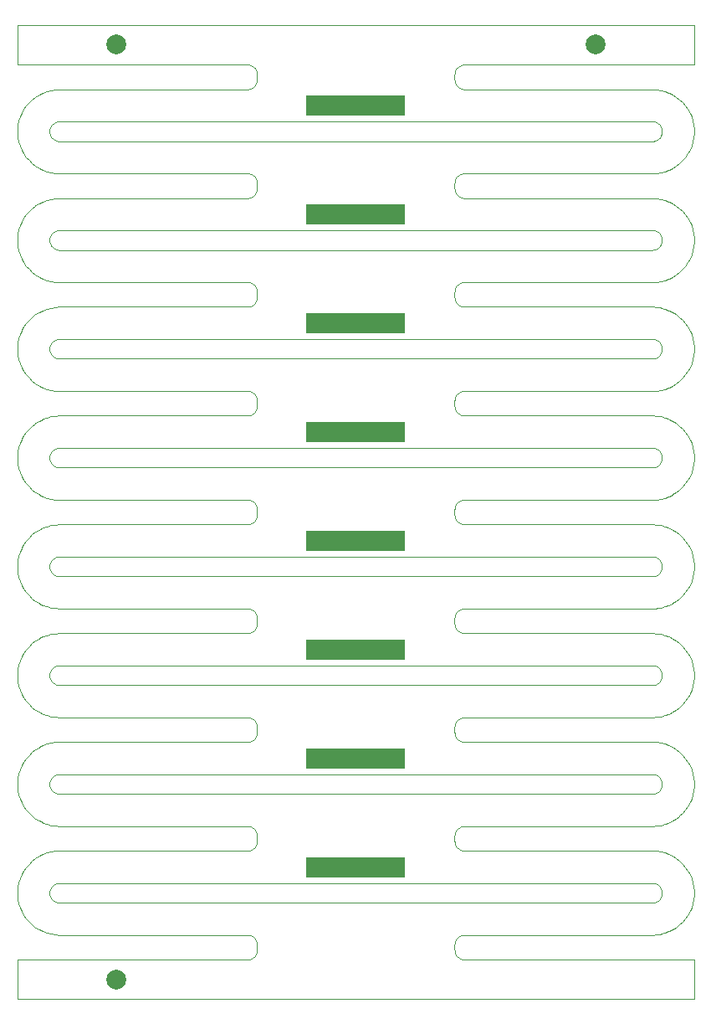
<source format=gbr>
G04 #@! TF.GenerationSoftware,KiCad,Pcbnew,5.1.5+dfsg1-2build2*
G04 #@! TF.CreationDate,2021-10-10T04:01:18+00:00*
G04 #@! TF.ProjectId,bobbin_top_3.3,626f6262-696e-45f7-946f-705f332e332e,rev?*
G04 #@! TF.SameCoordinates,Original*
G04 #@! TF.FileFunction,Soldermask,Top*
G04 #@! TF.FilePolarity,Negative*
%FSLAX46Y46*%
G04 Gerber Fmt 4.6, Leading zero omitted, Abs format (unit mm)*
G04 Created by KiCad (PCBNEW 5.1.5+dfsg1-2build2) date 2021-10-10 04:01:18*
%MOMM*%
%LPD*%
G04 APERTURE LIST*
G04 #@! TA.AperFunction,Profile*
%ADD10C,0.100000*%
G04 #@! TD*
%ADD11C,2.000000*%
%ADD12R,10.000000X2.000000*%
G04 APERTURE END LIST*
D10*
X114499900Y-121216000D02*
X114401200Y-121236200D01*
X114596400Y-121185700D02*
X114499900Y-121216000D01*
X114689300Y-121145900D02*
X114596400Y-121185700D01*
X114777600Y-121096800D02*
X114689300Y-121145900D01*
X114860800Y-121038900D02*
X114777600Y-121096800D01*
X114937500Y-120973100D02*
X114860800Y-121038900D01*
X115007100Y-120899800D02*
X114937500Y-120973100D01*
X115069000Y-120819900D02*
X115007100Y-120899800D01*
X115122400Y-120734100D02*
X115069000Y-120819900D01*
X115166900Y-120643400D02*
X115122400Y-120734100D01*
X115202000Y-120548600D02*
X115166900Y-120643400D01*
X115227300Y-120450800D02*
X115202000Y-120548600D01*
X115242600Y-120350800D02*
X115227300Y-120450800D01*
X115247700Y-120249900D02*
X115242600Y-120350800D01*
X115242600Y-120149200D02*
X115247700Y-120249900D01*
X115227300Y-120049300D02*
X115242600Y-120149200D01*
X115202000Y-119951500D02*
X115227300Y-120049300D01*
X115166900Y-119856700D02*
X115202000Y-119951500D01*
X115122400Y-119766000D02*
X115166900Y-119856700D01*
X115069000Y-119680200D02*
X115122400Y-119766000D01*
X115007100Y-119600300D02*
X115069000Y-119680200D01*
X114937300Y-119526800D02*
X115007100Y-119600300D01*
X114860600Y-119461000D02*
X114937300Y-119526800D01*
X114777600Y-119403300D02*
X114860600Y-119461000D01*
X114689300Y-119354200D02*
X114777600Y-119403300D01*
X114596600Y-119314500D02*
X114689300Y-119354200D01*
X114500200Y-119284200D02*
X114596600Y-119314500D01*
X114401200Y-119263900D02*
X114500200Y-119284200D01*
X114300700Y-119253600D02*
X114401200Y-119263900D01*
X114224800Y-119251000D02*
X114300700Y-119253600D01*
X54275500Y-119251000D02*
X114224800Y-119251000D01*
X54199100Y-119253600D02*
X54275500Y-119251000D01*
X54098800Y-119263900D02*
X54199100Y-119253600D01*
X53999800Y-119284200D02*
X54098800Y-119263900D01*
X53903400Y-119314500D02*
X53999800Y-119284200D01*
X53810500Y-119354400D02*
X53903400Y-119314500D01*
X53722100Y-119403400D02*
X53810500Y-119354400D01*
X53639200Y-119461200D02*
X53722100Y-119403400D01*
X53562500Y-119527000D02*
X53639200Y-119461200D01*
X53492900Y-119600300D02*
X53562500Y-119527000D01*
X53431000Y-119680200D02*
X53492900Y-119600300D01*
X53377600Y-119766000D02*
X53431000Y-119680200D01*
X53333100Y-119856700D02*
X53377600Y-119766000D01*
X53298100Y-119951200D02*
X53333100Y-119856700D01*
X53272700Y-120049100D02*
X53298100Y-119951200D01*
X53257400Y-120149000D02*
X53272700Y-120049100D01*
X53252300Y-120249900D02*
X53257400Y-120149000D01*
X53257400Y-120350800D02*
X53252300Y-120249900D01*
X53272700Y-120450800D02*
X53257400Y-120350800D01*
X53298000Y-120548600D02*
X53272700Y-120450800D01*
X53333100Y-120643400D02*
X53298000Y-120548600D01*
X53377600Y-120734100D02*
X53333100Y-120643400D01*
X53431000Y-120819900D02*
X53377600Y-120734100D01*
X53492900Y-120899800D02*
X53431000Y-120819900D01*
X53562500Y-120973100D02*
X53492900Y-120899800D01*
X53639200Y-121038900D02*
X53562500Y-120973100D01*
X53722100Y-121096700D02*
X53639200Y-121038900D01*
X53810500Y-121145700D02*
X53722100Y-121096700D01*
X53903400Y-121185600D02*
X53810500Y-121145700D01*
X53999800Y-121215900D02*
X53903400Y-121185600D01*
X54098800Y-121236200D02*
X53999800Y-121215900D01*
X54199300Y-121246500D02*
X54098800Y-121236200D01*
X54275200Y-121249000D02*
X54199300Y-121246500D01*
X114225000Y-121249000D02*
X54275200Y-121249000D01*
X114300400Y-121246500D02*
X114225000Y-121249000D01*
X114401200Y-121236200D02*
X114300400Y-121246500D01*
X114499900Y-110215900D02*
X114401100Y-110236200D01*
X114596400Y-110185700D02*
X114499900Y-110215900D01*
X114689300Y-110145900D02*
X114596400Y-110185700D01*
X114777600Y-110096800D02*
X114689300Y-110145900D01*
X114860800Y-110038900D02*
X114777600Y-110096800D01*
X114937500Y-109973100D02*
X114860800Y-110038900D01*
X115007100Y-109899800D02*
X114937500Y-109973100D01*
X115069000Y-109819900D02*
X115007100Y-109899800D01*
X115122400Y-109734100D02*
X115069000Y-109819900D01*
X115166900Y-109643400D02*
X115122400Y-109734100D01*
X115202000Y-109548600D02*
X115166900Y-109643400D01*
X115227300Y-109450700D02*
X115202000Y-109548600D01*
X115242600Y-109350800D02*
X115227300Y-109450700D01*
X115247700Y-109249900D02*
X115242600Y-109350800D01*
X115242600Y-109149200D02*
X115247700Y-109249900D01*
X115227300Y-109049300D02*
X115242600Y-109149200D01*
X115202000Y-108951500D02*
X115227300Y-109049300D01*
X115166900Y-108856700D02*
X115202000Y-108951500D01*
X115122400Y-108766000D02*
X115166900Y-108856700D01*
X115069000Y-108680200D02*
X115122400Y-108766000D01*
X115007100Y-108600300D02*
X115069000Y-108680200D01*
X114937300Y-108526800D02*
X115007100Y-108600300D01*
X114860600Y-108461000D02*
X114937300Y-108526800D01*
X114777600Y-108403300D02*
X114860600Y-108461000D01*
X114689300Y-108354200D02*
X114777600Y-108403300D01*
X114596600Y-108314500D02*
X114689300Y-108354200D01*
X114500200Y-108284200D02*
X114596600Y-108314500D01*
X114401200Y-108263900D02*
X114500200Y-108284200D01*
X114300700Y-108253600D02*
X114401200Y-108263900D01*
X114224800Y-108251000D02*
X114300700Y-108253600D01*
X54275400Y-108251000D02*
X114224800Y-108251000D01*
X54199100Y-108253600D02*
X54275400Y-108251000D01*
X54098800Y-108263900D02*
X54199100Y-108253600D01*
X53999800Y-108284200D02*
X54098800Y-108263900D01*
X53903400Y-108314500D02*
X53999800Y-108284200D01*
X53810500Y-108354300D02*
X53903400Y-108314500D01*
X53722100Y-108403400D02*
X53810500Y-108354300D01*
X53639200Y-108461200D02*
X53722100Y-108403400D01*
X53562500Y-108527000D02*
X53639200Y-108461200D01*
X53492900Y-108600300D02*
X53562500Y-108527000D01*
X53431000Y-108680200D02*
X53492900Y-108600300D01*
X53377600Y-108766000D02*
X53431000Y-108680200D01*
X53333100Y-108856700D02*
X53377600Y-108766000D01*
X53298100Y-108951200D02*
X53333100Y-108856700D01*
X53272700Y-109049100D02*
X53298100Y-108951200D01*
X53257400Y-109149000D02*
X53272700Y-109049100D01*
X53252300Y-109249900D02*
X53257400Y-109149000D01*
X53257400Y-109350800D02*
X53252300Y-109249900D01*
X53272700Y-109450700D02*
X53257400Y-109350800D01*
X53298000Y-109548600D02*
X53272700Y-109450700D01*
X53333100Y-109643400D02*
X53298000Y-109548600D01*
X53377600Y-109734100D02*
X53333100Y-109643400D01*
X53431000Y-109819900D02*
X53377600Y-109734100D01*
X53492900Y-109899800D02*
X53431000Y-109819900D01*
X53562500Y-109973100D02*
X53492900Y-109899800D01*
X53639200Y-110038900D02*
X53562500Y-109973100D01*
X53722100Y-110096700D02*
X53639200Y-110038900D01*
X53810500Y-110145700D02*
X53722100Y-110096700D01*
X53903400Y-110185600D02*
X53810500Y-110145700D01*
X53999800Y-110215900D02*
X53903400Y-110185600D01*
X54098800Y-110236200D02*
X53999800Y-110215900D01*
X54199300Y-110246500D02*
X54098800Y-110236200D01*
X54275200Y-110249000D02*
X54199300Y-110246500D01*
X114225000Y-110249000D02*
X54275200Y-110249000D01*
X114300500Y-110246500D02*
X114225000Y-110249000D01*
X114401100Y-110236200D02*
X114300500Y-110246500D01*
X114499900Y-99215900D02*
X114401100Y-99236200D01*
X114596400Y-99185700D02*
X114499900Y-99215900D01*
X114689300Y-99145800D02*
X114596400Y-99185700D01*
X114777600Y-99096800D02*
X114689300Y-99145800D01*
X114860800Y-99038900D02*
X114777600Y-99096800D01*
X114937500Y-98973100D02*
X114860800Y-99038900D01*
X115007100Y-98899800D02*
X114937500Y-98973100D01*
X115069000Y-98819900D02*
X115007100Y-98899800D01*
X115122400Y-98734100D02*
X115069000Y-98819900D01*
X115166900Y-98643400D02*
X115122400Y-98734100D01*
X115202000Y-98548600D02*
X115166900Y-98643400D01*
X115227300Y-98450700D02*
X115202000Y-98548600D01*
X115242600Y-98350800D02*
X115227300Y-98450700D01*
X115247700Y-98249900D02*
X115242600Y-98350800D01*
X115242600Y-98149200D02*
X115247700Y-98249900D01*
X115227300Y-98049300D02*
X115242600Y-98149200D01*
X115202000Y-97951500D02*
X115227300Y-98049300D01*
X115166900Y-97856700D02*
X115202000Y-97951500D01*
X115122400Y-97766000D02*
X115166900Y-97856700D01*
X115069000Y-97680200D02*
X115122400Y-97766000D01*
X115007100Y-97600300D02*
X115069000Y-97680200D01*
X114937300Y-97526800D02*
X115007100Y-97600300D01*
X114860600Y-97461000D02*
X114937300Y-97526800D01*
X114777600Y-97403300D02*
X114860600Y-97461000D01*
X114689300Y-97354200D02*
X114777600Y-97403300D01*
X114596600Y-97314500D02*
X114689300Y-97354200D01*
X114500200Y-97284200D02*
X114596600Y-97314500D01*
X114401200Y-97263800D02*
X114500200Y-97284200D01*
X114300700Y-97253600D02*
X114401200Y-97263800D01*
X114224800Y-97251000D02*
X114300700Y-97253600D01*
X54275400Y-97251000D02*
X114224800Y-97251000D01*
X54199200Y-97253600D02*
X54275400Y-97251000D01*
X54098800Y-97263800D02*
X54199200Y-97253600D01*
X53999800Y-97284200D02*
X54098800Y-97263800D01*
X53903400Y-97314500D02*
X53999800Y-97284200D01*
X53810500Y-97354300D02*
X53903400Y-97314500D01*
X53722100Y-97403400D02*
X53810500Y-97354300D01*
X53639200Y-97461100D02*
X53722100Y-97403400D01*
X53562500Y-97527000D02*
X53639200Y-97461100D01*
X53492900Y-97600300D02*
X53562500Y-97527000D01*
X53431000Y-97680200D02*
X53492900Y-97600300D01*
X53377600Y-97766000D02*
X53431000Y-97680200D01*
X53333100Y-97856700D02*
X53377600Y-97766000D01*
X53298100Y-97951200D02*
X53333100Y-97856700D01*
X53272700Y-98049100D02*
X53298100Y-97951200D01*
X53257400Y-98149000D02*
X53272700Y-98049100D01*
X53252300Y-98249900D02*
X53257400Y-98149000D01*
X53257400Y-98350800D02*
X53252300Y-98249900D01*
X53272700Y-98450700D02*
X53257400Y-98350800D01*
X53298000Y-98548600D02*
X53272700Y-98450700D01*
X53333100Y-98643400D02*
X53298000Y-98548600D01*
X53377600Y-98734100D02*
X53333100Y-98643400D01*
X53431000Y-98819900D02*
X53377600Y-98734100D01*
X53492900Y-98899800D02*
X53431000Y-98819900D01*
X53562500Y-98973100D02*
X53492900Y-98899800D01*
X53639200Y-99038900D02*
X53562500Y-98973100D01*
X53722100Y-99096700D02*
X53639200Y-99038900D01*
X53810500Y-99145700D02*
X53722100Y-99096700D01*
X53903400Y-99185600D02*
X53810500Y-99145700D01*
X53999800Y-99215900D02*
X53903400Y-99185600D01*
X54098800Y-99236200D02*
X53999800Y-99215900D01*
X54199300Y-99246500D02*
X54098800Y-99236200D01*
X54275200Y-99249000D02*
X54199300Y-99246500D01*
X114224900Y-99249000D02*
X54275200Y-99249000D01*
X114300500Y-99246500D02*
X114224900Y-99249000D01*
X114401100Y-99236200D02*
X114300500Y-99246500D01*
X114499900Y-88215900D02*
X114401100Y-88236200D01*
X114596400Y-88185700D02*
X114499900Y-88215900D01*
X114689300Y-88145800D02*
X114596400Y-88185700D01*
X114777600Y-88096800D02*
X114689300Y-88145800D01*
X114860800Y-88038900D02*
X114777600Y-88096800D01*
X114937500Y-87973100D02*
X114860800Y-88038900D01*
X115007100Y-87899800D02*
X114937500Y-87973100D01*
X115069000Y-87819900D02*
X115007100Y-87899800D01*
X115122400Y-87734100D02*
X115069000Y-87819900D01*
X115166900Y-87643400D02*
X115122400Y-87734100D01*
X115202000Y-87548600D02*
X115166900Y-87643400D01*
X115227300Y-87450700D02*
X115202000Y-87548600D01*
X115242600Y-87350800D02*
X115227300Y-87450700D01*
X115247700Y-87249900D02*
X115242600Y-87350800D01*
X115242600Y-87149200D02*
X115247700Y-87249900D01*
X115227300Y-87049300D02*
X115242600Y-87149200D01*
X115202000Y-86951500D02*
X115227300Y-87049300D01*
X115166900Y-86856700D02*
X115202000Y-86951500D01*
X115122400Y-86766000D02*
X115166900Y-86856700D01*
X115069000Y-86680200D02*
X115122400Y-86766000D01*
X115007100Y-86600200D02*
X115069000Y-86680200D01*
X114937300Y-86526800D02*
X115007100Y-86600200D01*
X114860600Y-86461000D02*
X114937300Y-86526800D01*
X114777600Y-86403200D02*
X114860600Y-86461000D01*
X114689300Y-86354200D02*
X114777600Y-86403200D01*
X114596600Y-86314500D02*
X114689300Y-86354200D01*
X114500200Y-86284200D02*
X114596600Y-86314500D01*
X114401200Y-86263800D02*
X114500200Y-86284200D01*
X114300700Y-86253600D02*
X114401200Y-86263800D01*
X114224800Y-86251000D02*
X114300700Y-86253600D01*
X54275400Y-86251000D02*
X114224800Y-86251000D01*
X54199200Y-86253600D02*
X54275400Y-86251000D01*
X54098800Y-86263800D02*
X54199200Y-86253600D01*
X53999800Y-86284200D02*
X54098800Y-86263800D01*
X53903400Y-86314500D02*
X53999800Y-86284200D01*
X53810500Y-86354300D02*
X53903400Y-86314500D01*
X53722100Y-86403400D02*
X53810500Y-86354300D01*
X53639200Y-86461100D02*
X53722100Y-86403400D01*
X53562500Y-86527000D02*
X53639200Y-86461100D01*
X53492900Y-86600200D02*
X53562500Y-86527000D01*
X53431000Y-86680200D02*
X53492900Y-86600200D01*
X53377600Y-86766000D02*
X53431000Y-86680200D01*
X53333100Y-86856700D02*
X53377600Y-86766000D01*
X53298100Y-86951200D02*
X53333100Y-86856700D01*
X53272700Y-87049100D02*
X53298100Y-86951200D01*
X53257400Y-87149000D02*
X53272700Y-87049100D01*
X53252300Y-87249900D02*
X53257400Y-87149000D01*
X53257400Y-87350800D02*
X53252300Y-87249900D01*
X53272700Y-87450700D02*
X53257400Y-87350800D01*
X53298000Y-87548600D02*
X53272700Y-87450700D01*
X53333100Y-87643400D02*
X53298000Y-87548600D01*
X53377600Y-87734100D02*
X53333100Y-87643400D01*
X53431000Y-87819900D02*
X53377600Y-87734100D01*
X53492900Y-87899800D02*
X53431000Y-87819900D01*
X53562500Y-87973100D02*
X53492900Y-87899800D01*
X53639200Y-88038900D02*
X53562500Y-87973100D01*
X53722100Y-88096700D02*
X53639200Y-88038900D01*
X53810500Y-88145700D02*
X53722100Y-88096700D01*
X53903400Y-88185600D02*
X53810500Y-88145700D01*
X53999800Y-88215900D02*
X53903400Y-88185600D01*
X54098800Y-88236200D02*
X53999800Y-88215900D01*
X54199300Y-88246500D02*
X54098800Y-88236200D01*
X54275200Y-88249000D02*
X54199300Y-88246500D01*
X114224900Y-88249000D02*
X54275200Y-88249000D01*
X114300500Y-88246400D02*
X114224900Y-88249000D01*
X114401100Y-88236200D02*
X114300500Y-88246400D01*
X114499900Y-77215900D02*
X114401000Y-77236200D01*
X114596400Y-77185700D02*
X114499900Y-77215900D01*
X114689300Y-77145800D02*
X114596400Y-77185700D01*
X114777600Y-77096800D02*
X114689300Y-77145800D01*
X114860800Y-77038900D02*
X114777600Y-77096800D01*
X114937500Y-76973100D02*
X114860800Y-77038900D01*
X115007100Y-76899800D02*
X114937500Y-76973100D01*
X115069000Y-76819900D02*
X115007100Y-76899800D01*
X115122400Y-76734100D02*
X115069000Y-76819900D01*
X115166900Y-76643300D02*
X115122400Y-76734100D01*
X115202000Y-76548600D02*
X115166900Y-76643300D01*
X115227300Y-76450700D02*
X115202000Y-76548600D01*
X115242600Y-76350800D02*
X115227300Y-76450700D01*
X115247700Y-76249900D02*
X115242600Y-76350800D01*
X115242600Y-76149200D02*
X115247700Y-76249900D01*
X115227300Y-76049300D02*
X115242600Y-76149200D01*
X115202000Y-75951500D02*
X115227300Y-76049300D01*
X115166900Y-75856700D02*
X115202000Y-75951500D01*
X115122400Y-75765900D02*
X115166900Y-75856700D01*
X115069000Y-75680200D02*
X115122400Y-75765900D01*
X115007100Y-75600200D02*
X115069000Y-75680200D01*
X114937300Y-75526800D02*
X115007100Y-75600200D01*
X114860600Y-75461000D02*
X114937300Y-75526800D01*
X114777600Y-75403200D02*
X114860600Y-75461000D01*
X114689300Y-75354200D02*
X114777600Y-75403200D01*
X114596600Y-75314500D02*
X114689300Y-75354200D01*
X114500200Y-75284200D02*
X114596600Y-75314500D01*
X114401200Y-75263800D02*
X114500200Y-75284200D01*
X114300700Y-75253600D02*
X114401200Y-75263800D01*
X114224800Y-75251000D02*
X114300700Y-75253600D01*
X54275300Y-75251000D02*
X114224800Y-75251000D01*
X54199200Y-75253600D02*
X54275300Y-75251000D01*
X54098800Y-75263800D02*
X54199200Y-75253600D01*
X53999800Y-75284200D02*
X54098800Y-75263800D01*
X53903400Y-75314500D02*
X53999800Y-75284200D01*
X53810500Y-75354300D02*
X53903400Y-75314500D01*
X53722100Y-75403400D02*
X53810500Y-75354300D01*
X53639200Y-75461100D02*
X53722100Y-75403400D01*
X53562500Y-75527000D02*
X53639200Y-75461100D01*
X53492900Y-75600200D02*
X53562500Y-75527000D01*
X53431000Y-75680200D02*
X53492900Y-75600200D01*
X53377600Y-75765900D02*
X53431000Y-75680200D01*
X53333100Y-75856700D02*
X53377600Y-75765900D01*
X53298100Y-75951200D02*
X53333100Y-75856700D01*
X53272700Y-76049000D02*
X53298100Y-75951200D01*
X53257400Y-76148900D02*
X53272700Y-76049000D01*
X53252300Y-76249900D02*
X53257400Y-76148900D01*
X53257400Y-76350800D02*
X53252300Y-76249900D01*
X53272700Y-76450700D02*
X53257400Y-76350800D01*
X53298000Y-76548600D02*
X53272700Y-76450700D01*
X53333100Y-76643300D02*
X53298000Y-76548600D01*
X53377600Y-76734100D02*
X53333100Y-76643300D01*
X53431000Y-76819900D02*
X53377600Y-76734100D01*
X53492900Y-76899800D02*
X53431000Y-76819900D01*
X53562500Y-76973100D02*
X53492900Y-76899800D01*
X53639200Y-77038900D02*
X53562500Y-76973100D01*
X53722100Y-77096700D02*
X53639200Y-77038900D01*
X53810500Y-77145700D02*
X53722100Y-77096700D01*
X53903400Y-77185600D02*
X53810500Y-77145700D01*
X53999800Y-77215800D02*
X53903400Y-77185600D01*
X54098800Y-77236200D02*
X53999800Y-77215800D01*
X54199300Y-77246400D02*
X54098800Y-77236200D01*
X54275200Y-77249000D02*
X54199300Y-77246400D01*
X114224800Y-77249000D02*
X54275200Y-77249000D01*
X114300600Y-77246400D02*
X114224800Y-77249000D01*
X114401000Y-77236200D02*
X114300600Y-77246400D01*
X114499900Y-66215900D02*
X114401000Y-66236200D01*
X114596400Y-66185700D02*
X114499900Y-66215900D01*
X114689300Y-66145800D02*
X114596400Y-66185700D01*
X114777600Y-66096800D02*
X114689300Y-66145800D01*
X114860600Y-66039100D02*
X114777600Y-66096800D01*
X114937300Y-65973200D02*
X114860600Y-66039100D01*
X115007100Y-65899800D02*
X114937300Y-65973200D01*
X115069000Y-65819900D02*
X115007100Y-65899800D01*
X115122300Y-65734300D02*
X115069000Y-65819900D01*
X115166800Y-65643600D02*
X115122300Y-65734300D01*
X115201900Y-65548800D02*
X115166800Y-65643600D01*
X115227300Y-65451000D02*
X115201900Y-65548800D01*
X115242600Y-65351100D02*
X115227300Y-65451000D01*
X115247700Y-65250100D02*
X115242600Y-65351100D01*
X115242600Y-65149200D02*
X115247700Y-65250100D01*
X115227300Y-65049300D02*
X115242600Y-65149200D01*
X115202000Y-64951500D02*
X115227300Y-65049300D01*
X115166900Y-64856700D02*
X115202000Y-64951500D01*
X115122400Y-64765900D02*
X115166900Y-64856700D01*
X115069000Y-64680200D02*
X115122400Y-64765900D01*
X115007100Y-64600200D02*
X115069000Y-64680200D01*
X114937300Y-64526800D02*
X115007100Y-64600200D01*
X114860600Y-64461000D02*
X114937300Y-64526800D01*
X114777900Y-64403400D02*
X114860600Y-64461000D01*
X114689500Y-64354300D02*
X114777900Y-64403400D01*
X114596600Y-64314400D02*
X114689500Y-64354300D01*
X114500200Y-64284200D02*
X114596600Y-64314400D01*
X114401200Y-64263800D02*
X114500200Y-64284200D01*
X114300700Y-64253600D02*
X114401200Y-64263800D01*
X114224800Y-64251000D02*
X114300700Y-64253600D01*
X54275300Y-64251000D02*
X114224800Y-64251000D01*
X54199300Y-64253600D02*
X54275300Y-64251000D01*
X54098800Y-64263800D02*
X54199300Y-64253600D01*
X53999800Y-64284200D02*
X54098800Y-64263800D01*
X53903400Y-64314400D02*
X53999800Y-64284200D01*
X53810500Y-64354300D02*
X53903400Y-64314400D01*
X53722100Y-64403400D02*
X53810500Y-64354300D01*
X53639200Y-64461100D02*
X53722100Y-64403400D01*
X53562500Y-64527000D02*
X53639200Y-64461100D01*
X53492900Y-64600200D02*
X53562500Y-64527000D01*
X53431000Y-64680200D02*
X53492900Y-64600200D01*
X53377600Y-64765900D02*
X53431000Y-64680200D01*
X53333100Y-64856700D02*
X53377600Y-64765900D01*
X53298000Y-64951500D02*
X53333100Y-64856700D01*
X53272700Y-65049000D02*
X53298000Y-64951500D01*
X53257400Y-65148900D02*
X53272700Y-65049000D01*
X53252300Y-65249900D02*
X53257400Y-65148900D01*
X53257400Y-65350800D02*
X53252300Y-65249900D01*
X53272700Y-65450700D02*
X53257400Y-65350800D01*
X53298000Y-65548600D02*
X53272700Y-65450700D01*
X53333100Y-65643300D02*
X53298000Y-65548600D01*
X53377600Y-65734100D02*
X53333100Y-65643300D01*
X53431000Y-65819900D02*
X53377600Y-65734100D01*
X53492900Y-65899800D02*
X53431000Y-65819900D01*
X53562500Y-65973100D02*
X53492900Y-65899800D01*
X53639200Y-66038900D02*
X53562500Y-65973100D01*
X53722100Y-66096600D02*
X53639200Y-66038900D01*
X53810500Y-66145700D02*
X53722100Y-66096600D01*
X53903400Y-66185600D02*
X53810500Y-66145700D01*
X53999800Y-66215800D02*
X53903400Y-66185600D01*
X54098800Y-66236200D02*
X53999800Y-66215800D01*
X54199300Y-66246400D02*
X54098800Y-66236200D01*
X54275200Y-66249000D02*
X54199300Y-66246400D01*
X114224800Y-66249000D02*
X54275200Y-66249000D01*
X114300600Y-66246400D02*
X114224800Y-66249000D01*
X114401000Y-66236200D02*
X114300600Y-66246400D01*
X114499900Y-55215900D02*
X114401000Y-55236200D01*
X114596400Y-55185700D02*
X114499900Y-55215900D01*
X114689300Y-55145800D02*
X114596400Y-55185700D01*
X114777600Y-55096800D02*
X114689300Y-55145800D01*
X114860600Y-55039100D02*
X114777600Y-55096800D01*
X114937300Y-54973200D02*
X114860600Y-55039100D01*
X115007100Y-54899800D02*
X114937300Y-54973200D01*
X115069000Y-54819900D02*
X115007100Y-54899800D01*
X115122300Y-54734300D02*
X115069000Y-54819900D01*
X115166800Y-54643600D02*
X115122300Y-54734300D01*
X115201900Y-54548800D02*
X115166800Y-54643600D01*
X115227300Y-54451000D02*
X115201900Y-54548800D01*
X115242600Y-54351100D02*
X115227300Y-54451000D01*
X115247700Y-54250100D02*
X115242600Y-54351100D01*
X115242600Y-54149200D02*
X115247700Y-54250100D01*
X115227300Y-54049300D02*
X115242600Y-54149200D01*
X115202000Y-53951500D02*
X115227300Y-54049300D01*
X115166900Y-53856700D02*
X115202000Y-53951500D01*
X115122400Y-53765900D02*
X115166900Y-53856700D01*
X115069000Y-53680200D02*
X115122400Y-53765900D01*
X115007100Y-53600200D02*
X115069000Y-53680200D01*
X114937300Y-53526800D02*
X115007100Y-53600200D01*
X114860600Y-53460900D02*
X114937300Y-53526800D01*
X114777900Y-53403400D02*
X114860600Y-53460900D01*
X114689500Y-53354300D02*
X114777900Y-53403400D01*
X114596600Y-53314400D02*
X114689500Y-53354300D01*
X114500200Y-53284200D02*
X114596600Y-53314400D01*
X114401200Y-53263800D02*
X114500200Y-53284200D01*
X114300700Y-53253600D02*
X114401200Y-53263800D01*
X114224800Y-53251000D02*
X114300700Y-53253600D01*
X54275200Y-53251000D02*
X114224800Y-53251000D01*
X54199300Y-53253600D02*
X54275200Y-53251000D01*
X54098800Y-53263800D02*
X54199300Y-53253600D01*
X53999800Y-53284200D02*
X54098800Y-53263800D01*
X53903400Y-53314400D02*
X53999800Y-53284200D01*
X53810500Y-53354300D02*
X53903400Y-53314400D01*
X53722100Y-53403400D02*
X53810500Y-53354300D01*
X53639200Y-53461100D02*
X53722100Y-53403400D01*
X53562500Y-53527000D02*
X53639200Y-53461100D01*
X53492900Y-53600200D02*
X53562500Y-53527000D01*
X53431000Y-53680200D02*
X53492900Y-53600200D01*
X53377600Y-53765900D02*
X53431000Y-53680200D01*
X53333100Y-53856700D02*
X53377600Y-53765900D01*
X53298000Y-53951500D02*
X53333100Y-53856700D01*
X53272700Y-54049000D02*
X53298000Y-53951500D01*
X53257400Y-54148900D02*
X53272700Y-54049000D01*
X53252300Y-54249900D02*
X53257400Y-54148900D01*
X53257400Y-54350800D02*
X53252300Y-54249900D01*
X53272700Y-54450700D02*
X53257400Y-54350800D01*
X53298000Y-54548500D02*
X53272700Y-54450700D01*
X53333100Y-54643300D02*
X53298000Y-54548500D01*
X53377600Y-54734100D02*
X53333100Y-54643300D01*
X53431000Y-54819900D02*
X53377600Y-54734100D01*
X53492900Y-54899800D02*
X53431000Y-54819900D01*
X53562500Y-54973000D02*
X53492900Y-54899800D01*
X53639200Y-55038900D02*
X53562500Y-54973000D01*
X53722100Y-55096600D02*
X53639200Y-55038900D01*
X53810500Y-55145700D02*
X53722100Y-55096600D01*
X53903400Y-55185600D02*
X53810500Y-55145700D01*
X53999800Y-55215800D02*
X53903400Y-55185600D01*
X54098800Y-55236200D02*
X53999800Y-55215800D01*
X54199300Y-55246400D02*
X54098800Y-55236200D01*
X54275200Y-55249000D02*
X54199300Y-55246400D01*
X114224800Y-55249000D02*
X54275200Y-55249000D01*
X114300700Y-55246400D02*
X114224800Y-55249000D01*
X114401000Y-55236200D02*
X114300700Y-55246400D01*
X114500200Y-132215900D02*
X114400700Y-132236300D01*
X114596600Y-132185600D02*
X114500200Y-132215900D01*
X114689500Y-132145800D02*
X114596600Y-132185600D01*
X114777900Y-132096700D02*
X114689500Y-132145800D01*
X114860800Y-132038900D02*
X114777900Y-132096700D01*
X114937500Y-131973100D02*
X114860800Y-132038900D01*
X115007100Y-131899800D02*
X114937500Y-131973100D01*
X115069000Y-131819900D02*
X115007100Y-131899800D01*
X115122400Y-131734100D02*
X115069000Y-131819900D01*
X115166900Y-131643400D02*
X115122400Y-131734100D01*
X115202000Y-131548600D02*
X115166900Y-131643400D01*
X115227300Y-131450800D02*
X115202000Y-131548600D01*
X115242600Y-131350900D02*
X115227300Y-131450800D01*
X115247700Y-131249900D02*
X115242600Y-131350900D01*
X115242600Y-131149300D02*
X115247700Y-131249900D01*
X115227300Y-131049400D02*
X115242600Y-131149300D01*
X115202000Y-130951500D02*
X115227300Y-131049400D01*
X115166900Y-130856700D02*
X115202000Y-130951500D01*
X115122400Y-130766000D02*
X115166900Y-130856700D01*
X115069000Y-130680200D02*
X115122400Y-130766000D01*
X115007100Y-130600300D02*
X115069000Y-130680200D01*
X114937300Y-130526800D02*
X115007100Y-130600300D01*
X114860600Y-130461000D02*
X114937300Y-130526800D01*
X114777600Y-130403300D02*
X114860600Y-130461000D01*
X114689300Y-130354200D02*
X114777600Y-130403300D01*
X114596600Y-130314500D02*
X114689300Y-130354200D01*
X114500200Y-130284200D02*
X114596600Y-130314500D01*
X114401200Y-130263900D02*
X114500200Y-130284200D01*
X114300700Y-130253600D02*
X114401200Y-130263900D01*
X114224800Y-130251100D02*
X114300700Y-130253600D01*
X54275000Y-130251100D02*
X114224800Y-130251100D01*
X54199500Y-130253600D02*
X54275000Y-130251100D01*
X54098800Y-130263900D02*
X54199500Y-130253600D01*
X53999800Y-130284200D02*
X54098800Y-130263900D01*
X53903400Y-130314500D02*
X53999800Y-130284200D01*
X53810500Y-130354400D02*
X53903400Y-130314500D01*
X53722100Y-130403400D02*
X53810500Y-130354400D01*
X53639200Y-130461200D02*
X53722100Y-130403400D01*
X53562500Y-130527000D02*
X53639200Y-130461200D01*
X53492900Y-130600300D02*
X53562500Y-130527000D01*
X53431000Y-130680200D02*
X53492900Y-130600300D01*
X53377600Y-130766000D02*
X53431000Y-130680200D01*
X53333100Y-130856700D02*
X53377600Y-130766000D01*
X53298100Y-130951200D02*
X53333100Y-130856700D01*
X53272700Y-131049100D02*
X53298100Y-130951200D01*
X53257400Y-131149000D02*
X53272700Y-131049100D01*
X53252300Y-131249900D02*
X53257400Y-131149000D01*
X53257400Y-131350900D02*
X53252300Y-131249900D01*
X53272700Y-131450800D02*
X53257400Y-131350900D01*
X53298000Y-131548600D02*
X53272700Y-131450800D01*
X53333100Y-131643400D02*
X53298000Y-131548600D01*
X53377600Y-131734100D02*
X53333100Y-131643400D01*
X53431000Y-131819900D02*
X53377600Y-131734100D01*
X53492900Y-131899800D02*
X53431000Y-131819900D01*
X53562500Y-131973100D02*
X53492900Y-131899800D01*
X53639200Y-132038900D02*
X53562500Y-131973100D01*
X53722100Y-132096700D02*
X53639200Y-132038900D01*
X53810500Y-132145800D02*
X53722100Y-132096700D01*
X53903400Y-132185600D02*
X53810500Y-132145800D01*
X53999800Y-132215900D02*
X53903400Y-132185600D01*
X54098800Y-132236200D02*
X53999800Y-132215900D01*
X54199300Y-132246500D02*
X54098800Y-132236200D01*
X54275200Y-132249100D02*
X54199300Y-132246500D01*
X114224500Y-132249100D02*
X54275200Y-132249100D01*
X114300900Y-132246500D02*
X114224500Y-132249100D01*
X114400700Y-132236300D02*
X114300900Y-132246500D01*
X118471000Y-43499000D02*
X50014600Y-43499700D01*
X118487300Y-43500000D02*
X118471000Y-43499000D01*
X118492900Y-43503700D02*
X118487300Y-43500000D01*
X118494800Y-43508200D02*
X118492900Y-43503700D01*
X118495500Y-43523500D02*
X118494800Y-43508200D01*
X118495500Y-47475500D02*
X118495500Y-43523500D01*
X118494300Y-47492700D02*
X118495500Y-47475500D01*
X118491600Y-47496700D02*
X118494300Y-47492700D01*
X118487300Y-47499000D02*
X118491600Y-47496700D01*
X95241200Y-47500000D02*
X118487300Y-47499000D01*
X95144000Y-47504800D02*
X95241200Y-47500000D01*
X95047900Y-47519000D02*
X95144000Y-47504800D01*
X94953600Y-47542600D02*
X95047900Y-47519000D01*
X94862200Y-47575400D02*
X94953600Y-47542600D01*
X94774300Y-47616900D02*
X94862200Y-47575400D01*
X94691000Y-47666900D02*
X94774300Y-47616900D01*
X94613000Y-47724700D02*
X94691000Y-47666900D01*
X94541000Y-47790000D02*
X94613000Y-47724700D01*
X94475700Y-47862000D02*
X94541000Y-47790000D01*
X94417900Y-47940000D02*
X94475700Y-47862000D01*
X94367900Y-48023300D02*
X94417900Y-47940000D01*
X94326400Y-48111100D02*
X94367900Y-48023300D01*
X94293600Y-48202600D02*
X94326400Y-48111100D01*
X94270000Y-48296900D02*
X94293600Y-48202600D01*
X94255800Y-48393000D02*
X94270000Y-48296900D01*
X94251000Y-48490200D02*
X94255800Y-48393000D01*
X94251000Y-49008800D02*
X94251000Y-48490200D01*
X94255800Y-49106000D02*
X94251000Y-49008800D01*
X94270000Y-49202100D02*
X94255800Y-49106000D01*
X94293600Y-49296400D02*
X94270000Y-49202100D01*
X94326400Y-49387900D02*
X94293600Y-49296400D01*
X94367900Y-49475700D02*
X94326400Y-49387900D01*
X94417900Y-49559000D02*
X94367900Y-49475700D01*
X94475700Y-49637000D02*
X94417900Y-49559000D01*
X94541000Y-49709000D02*
X94475700Y-49637000D01*
X94613000Y-49774300D02*
X94541000Y-49709000D01*
X94691000Y-49832100D02*
X94613000Y-49774300D01*
X94774300Y-49882100D02*
X94691000Y-49832100D01*
X94862200Y-49923600D02*
X94774300Y-49882100D01*
X94953600Y-49956400D02*
X94862200Y-49923600D01*
X95047900Y-49980000D02*
X94953600Y-49956400D01*
X95144000Y-49994200D02*
X95047900Y-49980000D01*
X95241200Y-49999000D02*
X95144000Y-49994200D01*
X114243700Y-49999000D02*
X95241200Y-49999000D01*
X114679800Y-50021100D02*
X114243700Y-49999000D01*
X115105900Y-50086400D02*
X114679800Y-50021100D01*
X115522300Y-50194200D02*
X115105900Y-50086400D01*
X115914500Y-50339100D02*
X115522300Y-50194200D01*
X115937800Y-50349100D02*
X115914500Y-50339100D01*
X116301600Y-50527500D02*
X115937800Y-50349100D01*
X116323800Y-50539900D02*
X116301600Y-50527500D01*
X116678500Y-50761400D02*
X116323800Y-50539900D01*
X117018600Y-51024600D02*
X116678500Y-50761400D01*
X117330700Y-51321300D02*
X117018600Y-51024600D01*
X117603300Y-51638300D02*
X117330700Y-51321300D01*
X117618900Y-51658400D02*
X117603300Y-51638300D01*
X117850300Y-51990900D02*
X117618900Y-51658400D01*
X117863800Y-52012500D02*
X117850300Y-51990900D01*
X118066400Y-52378300D02*
X117863800Y-52012500D01*
X118236000Y-52773500D02*
X118066400Y-52378300D01*
X118364900Y-53184300D02*
X118236000Y-52773500D01*
X118449400Y-53593800D02*
X118364900Y-53184300D01*
X118453300Y-53618900D02*
X118449400Y-53593800D01*
X118494300Y-54022000D02*
X118453300Y-53618900D01*
X118495500Y-54047400D02*
X118494300Y-54022000D01*
X118495200Y-54465600D02*
X118495500Y-54047400D01*
X118451700Y-54893400D02*
X118495200Y-54465600D01*
X118365000Y-55315200D02*
X118451700Y-54893400D01*
X118240200Y-55714200D02*
X118365000Y-55315200D01*
X118231400Y-55738100D02*
X118240200Y-55714200D01*
X118071600Y-56110400D02*
X118231400Y-55738100D01*
X118060400Y-56133200D02*
X118071600Y-56110400D01*
X117857200Y-56498700D02*
X118060400Y-56133200D01*
X117611200Y-56852100D02*
X117857200Y-56498700D01*
X117331000Y-57178400D02*
X117611200Y-56852100D01*
X117018900Y-57475100D02*
X117331000Y-57178400D01*
X116678500Y-57738700D02*
X117018900Y-57475100D01*
X116323800Y-57960100D02*
X116678500Y-57738700D01*
X116301600Y-57972500D02*
X116323800Y-57960100D01*
X115937900Y-58150900D02*
X116301600Y-57972500D01*
X115914500Y-58160900D02*
X115937900Y-58150900D01*
X115522200Y-58305800D02*
X115914500Y-58160900D01*
X115105900Y-58413600D02*
X115522200Y-58305800D01*
X114679800Y-58478900D02*
X115105900Y-58413600D01*
X114243700Y-58501000D02*
X114679800Y-58478900D01*
X95241200Y-58501000D02*
X114243700Y-58501000D01*
X95144000Y-58505800D02*
X95241200Y-58501000D01*
X95047900Y-58520000D02*
X95144000Y-58505800D01*
X94953600Y-58543600D02*
X95047900Y-58520000D01*
X94862200Y-58576400D02*
X94953600Y-58543600D01*
X94774300Y-58617900D02*
X94862200Y-58576400D01*
X94691000Y-58667900D02*
X94774300Y-58617900D01*
X94613000Y-58725700D02*
X94691000Y-58667900D01*
X94541000Y-58791000D02*
X94613000Y-58725700D01*
X94475700Y-58863000D02*
X94541000Y-58791000D01*
X94417900Y-58941000D02*
X94475700Y-58863000D01*
X94367900Y-59024300D02*
X94417900Y-58941000D01*
X94326400Y-59112100D02*
X94367900Y-59024300D01*
X94293600Y-59203600D02*
X94326400Y-59112100D01*
X94270000Y-59297900D02*
X94293600Y-59203600D01*
X94255800Y-59394000D02*
X94270000Y-59297900D01*
X94251000Y-59491200D02*
X94255800Y-59394000D01*
X94251000Y-60008800D02*
X94251000Y-59491200D01*
X94255800Y-60106000D02*
X94251000Y-60008800D01*
X94270000Y-60202100D02*
X94255800Y-60106000D01*
X94293600Y-60296400D02*
X94270000Y-60202100D01*
X94326400Y-60387900D02*
X94293600Y-60296400D01*
X94367900Y-60475700D02*
X94326400Y-60387900D01*
X94417900Y-60559000D02*
X94367900Y-60475700D01*
X94475700Y-60637000D02*
X94417900Y-60559000D01*
X94541000Y-60709000D02*
X94475700Y-60637000D01*
X94613000Y-60774300D02*
X94541000Y-60709000D01*
X94691000Y-60832200D02*
X94613000Y-60774300D01*
X94774300Y-60882100D02*
X94691000Y-60832200D01*
X94862200Y-60923600D02*
X94774300Y-60882100D01*
X94953600Y-60956400D02*
X94862200Y-60923600D01*
X95047900Y-60980000D02*
X94953600Y-60956400D01*
X95144000Y-60994200D02*
X95047900Y-60980000D01*
X95241200Y-60999000D02*
X95144000Y-60994200D01*
X114243700Y-60999000D02*
X95241200Y-60999000D01*
X114680300Y-61021200D02*
X114243700Y-60999000D01*
X115093100Y-61084100D02*
X114680300Y-61021200D01*
X115117800Y-61089200D02*
X115093100Y-61084100D01*
X115522300Y-61194200D02*
X115117800Y-61089200D01*
X115914500Y-61339100D02*
X115522300Y-61194200D01*
X115937800Y-61349100D02*
X115914500Y-61339100D01*
X116301600Y-61527500D02*
X115937800Y-61349100D01*
X116323800Y-61539900D02*
X116301600Y-61527500D01*
X116678500Y-61761400D02*
X116323800Y-61539900D01*
X117018600Y-62024600D02*
X116678500Y-61761400D01*
X117330700Y-62321300D02*
X117018600Y-62024600D01*
X117603300Y-62638300D02*
X117330700Y-62321300D01*
X117618900Y-62658400D02*
X117603300Y-62638300D01*
X117850300Y-62990900D02*
X117618900Y-62658400D01*
X117863800Y-63012500D02*
X117850300Y-62990900D01*
X118066400Y-63378300D02*
X117863800Y-63012500D01*
X118236000Y-63773500D02*
X118066400Y-63378300D01*
X118364900Y-64184300D02*
X118236000Y-63773500D01*
X118449400Y-64593800D02*
X118364900Y-64184300D01*
X118453300Y-64618900D02*
X118449400Y-64593800D01*
X118494300Y-65022000D02*
X118453300Y-64618900D01*
X118495500Y-65047400D02*
X118494300Y-65022000D01*
X118495200Y-65465600D02*
X118495500Y-65047400D01*
X118451700Y-65893500D02*
X118495200Y-65465600D01*
X118365000Y-66315200D02*
X118451700Y-65893500D01*
X118240200Y-66714200D02*
X118365000Y-66315200D01*
X118231400Y-66738100D02*
X118240200Y-66714200D01*
X118071600Y-67110400D02*
X118231400Y-66738100D01*
X118060400Y-67133200D02*
X118071600Y-67110400D01*
X117857200Y-67498700D02*
X118060400Y-67133200D01*
X117611200Y-67852100D02*
X117857200Y-67498700D01*
X117331000Y-68178400D02*
X117611200Y-67852100D01*
X117018900Y-68475100D02*
X117331000Y-68178400D01*
X116678500Y-68738700D02*
X117018900Y-68475100D01*
X116323800Y-68960100D02*
X116678500Y-68738700D01*
X116301600Y-68972500D02*
X116323800Y-68960100D01*
X115937900Y-69150900D02*
X116301600Y-68972500D01*
X115914500Y-69160900D02*
X115937900Y-69150900D01*
X115522200Y-69305800D02*
X115914500Y-69160900D01*
X115105900Y-69413600D02*
X115522200Y-69305800D01*
X114679800Y-69478900D02*
X115105900Y-69413600D01*
X114243700Y-69501000D02*
X114679800Y-69478900D01*
X95241200Y-69501000D02*
X114243700Y-69501000D01*
X95144000Y-69505800D02*
X95241200Y-69501000D01*
X95047900Y-69520000D02*
X95144000Y-69505800D01*
X94953600Y-69543600D02*
X95047900Y-69520000D01*
X94862200Y-69576400D02*
X94953600Y-69543600D01*
X94774300Y-69617900D02*
X94862200Y-69576400D01*
X94691000Y-69667900D02*
X94774300Y-69617900D01*
X94613000Y-69725700D02*
X94691000Y-69667900D01*
X94541000Y-69791000D02*
X94613000Y-69725700D01*
X94475700Y-69863000D02*
X94541000Y-69791000D01*
X94417900Y-69941000D02*
X94475700Y-69863000D01*
X94367900Y-70024300D02*
X94417900Y-69941000D01*
X94326400Y-70112200D02*
X94367900Y-70024300D01*
X94293600Y-70203600D02*
X94326400Y-70112200D01*
X94270000Y-70297900D02*
X94293600Y-70203600D01*
X94255800Y-70394000D02*
X94270000Y-70297900D01*
X94251000Y-70491200D02*
X94255800Y-70394000D01*
X94251000Y-71008800D02*
X94251000Y-70491200D01*
X94255800Y-71106000D02*
X94251000Y-71008800D01*
X94270000Y-71202100D02*
X94255800Y-71106000D01*
X94293600Y-71296400D02*
X94270000Y-71202100D01*
X94326400Y-71387900D02*
X94293600Y-71296400D01*
X94367900Y-71475700D02*
X94326400Y-71387900D01*
X94417900Y-71559000D02*
X94367900Y-71475700D01*
X94475700Y-71637100D02*
X94417900Y-71559000D01*
X94541000Y-71709000D02*
X94475700Y-71637100D01*
X94613000Y-71774300D02*
X94541000Y-71709000D01*
X94691000Y-71832200D02*
X94613000Y-71774300D01*
X94774300Y-71882100D02*
X94691000Y-71832200D01*
X94862200Y-71923600D02*
X94774300Y-71882100D01*
X94953600Y-71956400D02*
X94862200Y-71923600D01*
X95047900Y-71980000D02*
X94953600Y-71956400D01*
X95144000Y-71994200D02*
X95047900Y-71980000D01*
X95241200Y-71999000D02*
X95144000Y-71994200D01*
X114243700Y-71999000D02*
X95241200Y-71999000D01*
X114680300Y-72021200D02*
X114243700Y-71999000D01*
X115093100Y-72084100D02*
X114680300Y-72021200D01*
X115117800Y-72089200D02*
X115093100Y-72084100D01*
X115522300Y-72194200D02*
X115117800Y-72089200D01*
X115914500Y-72339100D02*
X115522300Y-72194200D01*
X115937800Y-72349100D02*
X115914500Y-72339100D01*
X116301600Y-72527600D02*
X115937800Y-72349100D01*
X116323800Y-72539900D02*
X116301600Y-72527600D01*
X116678500Y-72761400D02*
X116323800Y-72539900D01*
X117018600Y-73024600D02*
X116678500Y-72761400D01*
X117330700Y-73321300D02*
X117018600Y-73024600D01*
X117603300Y-73638300D02*
X117330700Y-73321300D01*
X117618900Y-73658400D02*
X117603300Y-73638300D01*
X117850300Y-73990900D02*
X117618900Y-73658400D01*
X117863800Y-74012500D02*
X117850300Y-73990900D01*
X118066400Y-74378300D02*
X117863800Y-74012500D01*
X118236000Y-74773500D02*
X118066400Y-74378300D01*
X118364900Y-75184400D02*
X118236000Y-74773500D01*
X118449400Y-75593800D02*
X118364900Y-75184400D01*
X118453300Y-75619000D02*
X118449400Y-75593800D01*
X118494300Y-76022000D02*
X118453300Y-75619000D01*
X118495500Y-76047400D02*
X118494300Y-76022000D01*
X118495200Y-76465600D02*
X118495500Y-76047400D01*
X118451700Y-76893500D02*
X118495200Y-76465600D01*
X118365000Y-77315200D02*
X118451700Y-76893500D01*
X118240200Y-77714300D02*
X118365000Y-77315200D01*
X118231400Y-77738100D02*
X118240200Y-77714300D01*
X118071600Y-78110400D02*
X118231400Y-77738100D01*
X118060400Y-78133300D02*
X118071600Y-78110400D01*
X117857200Y-78498700D02*
X118060400Y-78133300D01*
X117611200Y-78852100D02*
X117857200Y-78498700D01*
X117331000Y-79178400D02*
X117611200Y-78852100D01*
X117018900Y-79475100D02*
X117331000Y-79178400D01*
X116678500Y-79738700D02*
X117018900Y-79475100D01*
X116323800Y-79960100D02*
X116678500Y-79738700D01*
X116301600Y-79972500D02*
X116323800Y-79960100D01*
X115937900Y-80150900D02*
X116301600Y-79972500D01*
X115914500Y-80160900D02*
X115937900Y-80150900D01*
X115522200Y-80305800D02*
X115914500Y-80160900D01*
X115105900Y-80413600D02*
X115522200Y-80305800D01*
X114679800Y-80478900D02*
X115105900Y-80413600D01*
X114243700Y-80501000D02*
X114679800Y-80478900D01*
X95241200Y-80501000D02*
X114243700Y-80501000D01*
X95144000Y-80505800D02*
X95241200Y-80501000D01*
X95047900Y-80520000D02*
X95144000Y-80505800D01*
X94953600Y-80543600D02*
X95047900Y-80520000D01*
X94862200Y-80576400D02*
X94953600Y-80543600D01*
X94774300Y-80617900D02*
X94862200Y-80576400D01*
X94691000Y-80667900D02*
X94774300Y-80617900D01*
X94613000Y-80725700D02*
X94691000Y-80667900D01*
X94541000Y-80791000D02*
X94613000Y-80725700D01*
X94475700Y-80863000D02*
X94541000Y-80791000D01*
X94417900Y-80941000D02*
X94475700Y-80863000D01*
X94367900Y-81024300D02*
X94417900Y-80941000D01*
X94326400Y-81112200D02*
X94367900Y-81024300D01*
X94293600Y-81203600D02*
X94326400Y-81112200D01*
X94270000Y-81297900D02*
X94293600Y-81203600D01*
X94255800Y-81394000D02*
X94270000Y-81297900D01*
X94251000Y-81491300D02*
X94255800Y-81394000D01*
X94251000Y-82008800D02*
X94251000Y-81491300D01*
X94255800Y-82106100D02*
X94251000Y-82008800D01*
X94270000Y-82202200D02*
X94255800Y-82106100D01*
X94293600Y-82296400D02*
X94270000Y-82202200D01*
X94326400Y-82387900D02*
X94293600Y-82296400D01*
X94367900Y-82475700D02*
X94326400Y-82387900D01*
X94417900Y-82559000D02*
X94367900Y-82475700D01*
X94475700Y-82637100D02*
X94417900Y-82559000D01*
X94541000Y-82709000D02*
X94475700Y-82637100D01*
X94613000Y-82774300D02*
X94541000Y-82709000D01*
X94691000Y-82832200D02*
X94613000Y-82774300D01*
X94774300Y-82882100D02*
X94691000Y-82832200D01*
X94862200Y-82923600D02*
X94774300Y-82882100D01*
X94953600Y-82956400D02*
X94862200Y-82923600D01*
X95047900Y-82980000D02*
X94953600Y-82956400D01*
X95144000Y-82994200D02*
X95047900Y-82980000D01*
X95241200Y-82999000D02*
X95144000Y-82994200D01*
X114243700Y-82999000D02*
X95241200Y-82999000D01*
X114680300Y-83021200D02*
X114243700Y-82999000D01*
X115093100Y-83084100D02*
X114680300Y-83021200D01*
X115118000Y-83089200D02*
X115093100Y-83084100D01*
X115522300Y-83194200D02*
X115118000Y-83089200D01*
X115914500Y-83339100D02*
X115522300Y-83194200D01*
X115937800Y-83349100D02*
X115914500Y-83339100D01*
X116301600Y-83527600D02*
X115937800Y-83349100D01*
X116323800Y-83539900D02*
X116301600Y-83527600D01*
X116678500Y-83761400D02*
X116323800Y-83539900D01*
X117018600Y-84024600D02*
X116678500Y-83761400D01*
X117330700Y-84321300D02*
X117018600Y-84024600D01*
X117603300Y-84638300D02*
X117330700Y-84321300D01*
X117618900Y-84658400D02*
X117603300Y-84638300D01*
X117850300Y-84990900D02*
X117618900Y-84658400D01*
X117863800Y-85012500D02*
X117850300Y-84990900D01*
X118066400Y-85378300D02*
X117863800Y-85012500D01*
X118236000Y-85773500D02*
X118066400Y-85378300D01*
X118364900Y-86184400D02*
X118236000Y-85773500D01*
X118449400Y-86593800D02*
X118364900Y-86184400D01*
X118453300Y-86619000D02*
X118449400Y-86593800D01*
X118494300Y-87022000D02*
X118453300Y-86619000D01*
X118495500Y-87047400D02*
X118494300Y-87022000D01*
X118495200Y-87465600D02*
X118495500Y-87047400D01*
X118451700Y-87893500D02*
X118495200Y-87465600D01*
X118365000Y-88315200D02*
X118451700Y-87893500D01*
X118240200Y-88714300D02*
X118365000Y-88315200D01*
X118231400Y-88738100D02*
X118240200Y-88714300D01*
X118071600Y-89110400D02*
X118231400Y-88738100D01*
X118060400Y-89133300D02*
X118071600Y-89110400D01*
X117857200Y-89498700D02*
X118060400Y-89133300D01*
X117611200Y-89852100D02*
X117857200Y-89498700D01*
X117331000Y-90178400D02*
X117611200Y-89852100D01*
X117018900Y-90475100D02*
X117331000Y-90178400D01*
X116678500Y-90738700D02*
X117018900Y-90475100D01*
X116323800Y-90960100D02*
X116678500Y-90738700D01*
X116301600Y-90972500D02*
X116323800Y-90960100D01*
X115937900Y-91150900D02*
X116301600Y-90972500D01*
X115914500Y-91160900D02*
X115937900Y-91150900D01*
X115522200Y-91305800D02*
X115914500Y-91160900D01*
X115105400Y-91413700D02*
X115522200Y-91305800D01*
X114679800Y-91478900D02*
X115105400Y-91413700D01*
X114243700Y-91501000D02*
X114679800Y-91478900D01*
X95241200Y-91501000D02*
X114243700Y-91501000D01*
X95144000Y-91505800D02*
X95241200Y-91501000D01*
X95047900Y-91520000D02*
X95144000Y-91505800D01*
X94953600Y-91543600D02*
X95047900Y-91520000D01*
X94862200Y-91576400D02*
X94953600Y-91543600D01*
X94774300Y-91617900D02*
X94862200Y-91576400D01*
X94691000Y-91667900D02*
X94774300Y-91617900D01*
X94613000Y-91725700D02*
X94691000Y-91667900D01*
X94541000Y-91791000D02*
X94613000Y-91725700D01*
X94475700Y-91863000D02*
X94541000Y-91791000D01*
X94417900Y-91941000D02*
X94475700Y-91863000D01*
X94367900Y-92024300D02*
X94417900Y-91941000D01*
X94326400Y-92112200D02*
X94367900Y-92024300D01*
X94293600Y-92203600D02*
X94326400Y-92112200D01*
X94270000Y-92297900D02*
X94293600Y-92203600D01*
X94255800Y-92394000D02*
X94270000Y-92297900D01*
X94251000Y-92491300D02*
X94255800Y-92394000D01*
X94251000Y-93008800D02*
X94251000Y-92491300D01*
X94255800Y-93106100D02*
X94251000Y-93008800D01*
X94270000Y-93202200D02*
X94255800Y-93106100D01*
X94293600Y-93296400D02*
X94270000Y-93202200D01*
X94326400Y-93387900D02*
X94293600Y-93296400D01*
X94367900Y-93475700D02*
X94326400Y-93387900D01*
X94417900Y-93559000D02*
X94367900Y-93475700D01*
X94475700Y-93637100D02*
X94417900Y-93559000D01*
X94541000Y-93709000D02*
X94475700Y-93637100D01*
X94613000Y-93774300D02*
X94541000Y-93709000D01*
X94691000Y-93832200D02*
X94613000Y-93774300D01*
X94774300Y-93882100D02*
X94691000Y-93832200D01*
X94862200Y-93923700D02*
X94774300Y-93882100D01*
X94953600Y-93956400D02*
X94862200Y-93923700D01*
X95047900Y-93980000D02*
X94953600Y-93956400D01*
X95144000Y-93994200D02*
X95047900Y-93980000D01*
X95241200Y-93999000D02*
X95144000Y-93994200D01*
X114243700Y-93999000D02*
X95241200Y-93999000D01*
X114667600Y-94020200D02*
X114243700Y-93999000D01*
X114692600Y-94022800D02*
X114667600Y-94020200D01*
X115105400Y-94086300D02*
X114692600Y-94022800D01*
X115522300Y-94194200D02*
X115105400Y-94086300D01*
X115926100Y-94343800D02*
X115522300Y-94194200D01*
X116312700Y-94533400D02*
X115926100Y-94343800D01*
X116678100Y-94761100D02*
X116312700Y-94533400D01*
X117018600Y-95024700D02*
X116678100Y-94761100D01*
X117330700Y-95321300D02*
X117018600Y-95024700D01*
X117603300Y-95638300D02*
X117330700Y-95321300D01*
X117618900Y-95658400D02*
X117603300Y-95638300D01*
X117857200Y-96001400D02*
X117618900Y-95658400D01*
X118066200Y-96377900D02*
X117857200Y-96001400D01*
X118236200Y-96774000D02*
X118066200Y-96377900D01*
X118361500Y-97172300D02*
X118236200Y-96774000D01*
X118367900Y-97197000D02*
X118361500Y-97172300D01*
X118449400Y-97593800D02*
X118367900Y-97197000D01*
X118453300Y-97619000D02*
X118449400Y-97593800D01*
X118495200Y-98034500D02*
X118453300Y-97619000D01*
X118495500Y-98452600D02*
X118495200Y-98034500D01*
X118494300Y-98478000D02*
X118495500Y-98452600D01*
X118451700Y-98893500D02*
X118494300Y-98478000D01*
X118367900Y-99303100D02*
X118451700Y-98893500D01*
X118361500Y-99327700D02*
X118367900Y-99303100D01*
X118240200Y-99714300D02*
X118361500Y-99327700D01*
X118231400Y-99738100D02*
X118240200Y-99714300D01*
X118066400Y-100121800D02*
X118231400Y-99738100D01*
X117863800Y-100487500D02*
X118066400Y-100121800D01*
X117850300Y-100509100D02*
X117863800Y-100487500D01*
X117611500Y-100851700D02*
X117850300Y-100509100D01*
X117330700Y-101178800D02*
X117611500Y-100851700D01*
X117028200Y-101466700D02*
X117330700Y-101178800D01*
X117008900Y-101483300D02*
X117028200Y-101466700D01*
X116678500Y-101738700D02*
X117008900Y-101483300D01*
X116323800Y-101960100D02*
X116678500Y-101738700D01*
X116301600Y-101972500D02*
X116323800Y-101960100D01*
X115926500Y-102156100D02*
X116301600Y-101972500D01*
X115522700Y-102305700D02*
X115926500Y-102156100D01*
X115105900Y-102413700D02*
X115522700Y-102305700D01*
X114692700Y-102477300D02*
X115105900Y-102413700D01*
X114667400Y-102479900D02*
X114692700Y-102477300D01*
X114243800Y-102501000D02*
X114667400Y-102479900D01*
X95241200Y-102501000D02*
X114243800Y-102501000D01*
X95144000Y-102505800D02*
X95241200Y-102501000D01*
X95047900Y-102520000D02*
X95144000Y-102505800D01*
X94953600Y-102543700D02*
X95047900Y-102520000D01*
X94862200Y-102576400D02*
X94953600Y-102543700D01*
X94774300Y-102617900D02*
X94862200Y-102576400D01*
X94691000Y-102667900D02*
X94774300Y-102617900D01*
X94613000Y-102725700D02*
X94691000Y-102667900D01*
X94541000Y-102791000D02*
X94613000Y-102725700D01*
X94475700Y-102863000D02*
X94541000Y-102791000D01*
X94417900Y-102941000D02*
X94475700Y-102863000D01*
X94367900Y-103024300D02*
X94417900Y-102941000D01*
X94326400Y-103112200D02*
X94367900Y-103024300D01*
X94293600Y-103203600D02*
X94326400Y-103112200D01*
X94270000Y-103297900D02*
X94293600Y-103203600D01*
X94255800Y-103394000D02*
X94270000Y-103297900D01*
X94251000Y-103491300D02*
X94255800Y-103394000D01*
X94251000Y-104008800D02*
X94251000Y-103491300D01*
X94255800Y-104106100D02*
X94251000Y-104008800D01*
X94270000Y-104202200D02*
X94255800Y-104106100D01*
X94293600Y-104296400D02*
X94270000Y-104202200D01*
X94326400Y-104387900D02*
X94293600Y-104296400D01*
X94367900Y-104475700D02*
X94326400Y-104387900D01*
X94417900Y-104559000D02*
X94367900Y-104475700D01*
X94475700Y-104637100D02*
X94417900Y-104559000D01*
X94541000Y-104709100D02*
X94475700Y-104637100D01*
X94613000Y-104774300D02*
X94541000Y-104709100D01*
X94691000Y-104832200D02*
X94613000Y-104774300D01*
X94774300Y-104882100D02*
X94691000Y-104832200D01*
X94862200Y-104923700D02*
X94774300Y-104882100D01*
X94953600Y-104956400D02*
X94862200Y-104923700D01*
X95047900Y-104980000D02*
X94953600Y-104956400D01*
X95144000Y-104994200D02*
X95047900Y-104980000D01*
X95241200Y-104999000D02*
X95144000Y-104994200D01*
X114249900Y-104999100D02*
X95241200Y-104999000D01*
X114680300Y-105021200D02*
X114249900Y-104999100D01*
X115105400Y-105086300D02*
X114680300Y-105021200D01*
X115522300Y-105194200D02*
X115105400Y-105086300D01*
X115914700Y-105339200D02*
X115522300Y-105194200D01*
X115937800Y-105349200D02*
X115914700Y-105339200D01*
X116313100Y-105533600D02*
X115937800Y-105349200D01*
X116667600Y-105754200D02*
X116313100Y-105533600D01*
X116688500Y-105768800D02*
X116667600Y-105754200D01*
X117018600Y-106024700D02*
X116688500Y-105768800D01*
X117321900Y-106312500D02*
X117018600Y-106024700D01*
X117339400Y-106330900D02*
X117321900Y-106312500D01*
X117611200Y-106648000D02*
X117339400Y-106330900D01*
X117857500Y-107001800D02*
X117611200Y-106648000D01*
X118060400Y-107366800D02*
X117857500Y-107001800D01*
X118071600Y-107389600D02*
X118060400Y-107366800D01*
X118236000Y-107773500D02*
X118071600Y-107389600D01*
X118361500Y-108172400D02*
X118236000Y-107773500D01*
X118367900Y-108197000D02*
X118361500Y-108172400D01*
X118451600Y-108606100D02*
X118367900Y-108197000D01*
X118495200Y-109035000D02*
X118451600Y-108606100D01*
X118495500Y-109452600D02*
X118495200Y-109035000D01*
X118494300Y-109478000D02*
X118495500Y-109452600D01*
X118451700Y-109893500D02*
X118494300Y-109478000D01*
X118367900Y-110303100D02*
X118451700Y-109893500D01*
X118361500Y-110327700D02*
X118367900Y-110303100D01*
X118236200Y-110726100D02*
X118361500Y-110327700D01*
X118071600Y-111110400D02*
X118236200Y-110726100D01*
X118060400Y-111133300D02*
X118071600Y-111110400D01*
X117857400Y-111498300D02*
X118060400Y-111133300D01*
X117618900Y-111841600D02*
X117857400Y-111498300D01*
X117603300Y-111861800D02*
X117618900Y-111841600D01*
X117331000Y-112178500D02*
X117603300Y-111861800D01*
X117018600Y-112475500D02*
X117331000Y-112178500D01*
X116678500Y-112738700D02*
X117018600Y-112475500D01*
X116323800Y-112960100D02*
X116678500Y-112738700D01*
X116301600Y-112972500D02*
X116323800Y-112960100D01*
X115937900Y-113150900D02*
X116301600Y-112972500D01*
X115914500Y-113160900D02*
X115937900Y-113150900D01*
X115522200Y-113305900D02*
X115914500Y-113160900D01*
X115105400Y-113413800D02*
X115522200Y-113305900D01*
X114680300Y-113478900D02*
X115105400Y-113413800D01*
X114256400Y-113500700D02*
X114680300Y-113478900D01*
X95241200Y-113501000D02*
X114256400Y-113500700D01*
X95144000Y-113505800D02*
X95241200Y-113501000D01*
X95047900Y-113520000D02*
X95144000Y-113505800D01*
X94953600Y-113543700D02*
X95047900Y-113520000D01*
X94862200Y-113576400D02*
X94953600Y-113543700D01*
X94774300Y-113617900D02*
X94862200Y-113576400D01*
X94691000Y-113667900D02*
X94774300Y-113617900D01*
X94613000Y-113725700D02*
X94691000Y-113667900D01*
X94541000Y-113791000D02*
X94613000Y-113725700D01*
X94475700Y-113863000D02*
X94541000Y-113791000D01*
X94417900Y-113941000D02*
X94475700Y-113863000D01*
X94367900Y-114024300D02*
X94417900Y-113941000D01*
X94326400Y-114112200D02*
X94367900Y-114024300D01*
X94293600Y-114203600D02*
X94326400Y-114112200D01*
X94270000Y-114297900D02*
X94293600Y-114203600D01*
X94255800Y-114394000D02*
X94270000Y-114297900D01*
X94251000Y-114491300D02*
X94255800Y-114394000D01*
X94251000Y-115008800D02*
X94251000Y-114491300D01*
X94255800Y-115106100D02*
X94251000Y-115008800D01*
X94270000Y-115202200D02*
X94255800Y-115106100D01*
X94293600Y-115296400D02*
X94270000Y-115202200D01*
X94326400Y-115387900D02*
X94293600Y-115296400D01*
X94367900Y-115475700D02*
X94326400Y-115387900D01*
X94417900Y-115559000D02*
X94367900Y-115475700D01*
X94475700Y-115637100D02*
X94417900Y-115559000D01*
X94541000Y-115709100D02*
X94475700Y-115637100D01*
X94613000Y-115774300D02*
X94541000Y-115709100D01*
X94691000Y-115832200D02*
X94613000Y-115774300D01*
X94774300Y-115882100D02*
X94691000Y-115832200D01*
X94862200Y-115923700D02*
X94774300Y-115882100D01*
X94953600Y-115956400D02*
X94862200Y-115923700D01*
X95047900Y-115980000D02*
X94953600Y-115956400D01*
X95144000Y-115994300D02*
X95047900Y-115980000D01*
X95241200Y-115999000D02*
X95144000Y-115994300D01*
X114243700Y-115999000D02*
X95241200Y-115999000D01*
X114679800Y-116021200D02*
X114243700Y-115999000D01*
X115105900Y-116086400D02*
X114679800Y-116021200D01*
X115522300Y-116194200D02*
X115105900Y-116086400D01*
X115926100Y-116343800D02*
X115522300Y-116194200D01*
X116312700Y-116533400D02*
X115926100Y-116343800D01*
X116667600Y-116754200D02*
X116312700Y-116533400D01*
X116688500Y-116768800D02*
X116667600Y-116754200D01*
X117008900Y-117016800D02*
X116688500Y-116768800D01*
X117028200Y-117033300D02*
X117008900Y-117016800D01*
X117331100Y-117321700D02*
X117028200Y-117033300D01*
X117611200Y-117648000D02*
X117331100Y-117321700D01*
X117857200Y-118001400D02*
X117611200Y-117648000D01*
X118060400Y-118366800D02*
X117857200Y-118001400D01*
X118071600Y-118389600D02*
X118060400Y-118366800D01*
X118231400Y-118761900D02*
X118071600Y-118389600D01*
X118240200Y-118785800D02*
X118231400Y-118761900D01*
X118365100Y-119184900D02*
X118240200Y-118785800D01*
X118451600Y-119606200D02*
X118365100Y-119184900D01*
X118495200Y-120034500D02*
X118451600Y-119606200D01*
X118495500Y-120452600D02*
X118495200Y-120034500D01*
X118494300Y-120478000D02*
X118495500Y-120452600D01*
X118453300Y-120881100D02*
X118494300Y-120478000D01*
X118449400Y-120906200D02*
X118453300Y-120881100D01*
X118364900Y-121315800D02*
X118449400Y-120906200D01*
X118236200Y-121726100D02*
X118364900Y-121315800D01*
X118066400Y-122121800D02*
X118236200Y-121726100D01*
X117863800Y-122487500D02*
X118066400Y-122121800D01*
X117850300Y-122509100D02*
X117863800Y-122487500D01*
X117618900Y-122841700D02*
X117850300Y-122509100D01*
X117603300Y-122861800D02*
X117618900Y-122841700D01*
X117331000Y-123178500D02*
X117603300Y-122861800D01*
X117028200Y-123466800D02*
X117331000Y-123178500D01*
X117008900Y-123483300D02*
X117028200Y-123466800D01*
X116688500Y-123731300D02*
X117008900Y-123483300D01*
X116667700Y-123745800D02*
X116688500Y-123731300D01*
X116312600Y-123966700D02*
X116667700Y-123745800D01*
X115926500Y-124156200D02*
X116312600Y-123966700D01*
X115522700Y-124305700D02*
X115926500Y-124156200D01*
X115118100Y-124410800D02*
X115522700Y-124305700D01*
X115093100Y-124416000D02*
X115118100Y-124410800D01*
X114680300Y-124478900D02*
X115093100Y-124416000D01*
X114243700Y-124501000D02*
X114680300Y-124478900D01*
X95241200Y-124501000D02*
X114243700Y-124501000D01*
X95144000Y-124505800D02*
X95241200Y-124501000D01*
X95047900Y-124520100D02*
X95144000Y-124505800D01*
X94953600Y-124543700D02*
X95047900Y-124520100D01*
X94862200Y-124576400D02*
X94953600Y-124543700D01*
X94774300Y-124617900D02*
X94862200Y-124576400D01*
X94691000Y-124667900D02*
X94774300Y-124617900D01*
X94613000Y-124725700D02*
X94691000Y-124667900D01*
X94541000Y-124791000D02*
X94613000Y-124725700D01*
X94475700Y-124863000D02*
X94541000Y-124791000D01*
X94417900Y-124941000D02*
X94475700Y-124863000D01*
X94367900Y-125024300D02*
X94417900Y-124941000D01*
X94326400Y-125112200D02*
X94367900Y-125024300D01*
X94293600Y-125203600D02*
X94326400Y-125112200D01*
X94270000Y-125297900D02*
X94293600Y-125203600D01*
X94255800Y-125394000D02*
X94270000Y-125297900D01*
X94251000Y-125491300D02*
X94255800Y-125394000D01*
X94251000Y-126008800D02*
X94251000Y-125491300D01*
X94255800Y-126106100D02*
X94251000Y-126008800D01*
X94270000Y-126202200D02*
X94255800Y-126106100D01*
X94293600Y-126296400D02*
X94270000Y-126202200D01*
X94326400Y-126387900D02*
X94293600Y-126296400D01*
X94367900Y-126475700D02*
X94326400Y-126387900D01*
X94417900Y-126559100D02*
X94367900Y-126475700D01*
X94475700Y-126637100D02*
X94417900Y-126559100D01*
X94541000Y-126709100D02*
X94475700Y-126637100D01*
X94613000Y-126774300D02*
X94541000Y-126709100D01*
X94691000Y-126832200D02*
X94613000Y-126774300D01*
X94774300Y-126882200D02*
X94691000Y-126832200D01*
X94862200Y-126923700D02*
X94774300Y-126882200D01*
X94953600Y-126956400D02*
X94862200Y-126923700D01*
X95047900Y-126980000D02*
X94953600Y-126956400D01*
X95144000Y-126994300D02*
X95047900Y-126980000D01*
X95241300Y-126999100D02*
X95144000Y-126994300D01*
X114243700Y-126999100D02*
X95241300Y-126999100D01*
X114679800Y-127021200D02*
X114243700Y-126999100D01*
X115105900Y-127086400D02*
X114679800Y-127021200D01*
X115522300Y-127194300D02*
X115105900Y-127086400D01*
X115926100Y-127343800D02*
X115522300Y-127194300D01*
X116312700Y-127533400D02*
X115926100Y-127343800D01*
X116667600Y-127754200D02*
X116312700Y-127533400D01*
X116688500Y-127768800D02*
X116667600Y-127754200D01*
X117008900Y-128016800D02*
X116688500Y-127768800D01*
X117028200Y-128033300D02*
X117008900Y-128016800D01*
X117331100Y-128321700D02*
X117028200Y-128033300D01*
X117611200Y-128648000D02*
X117331100Y-128321700D01*
X117857200Y-129001400D02*
X117611200Y-128648000D01*
X118060400Y-129366800D02*
X117857200Y-129001400D01*
X118071600Y-129389600D02*
X118060400Y-129366800D01*
X118231400Y-129762000D02*
X118071600Y-129389600D01*
X118240200Y-129785800D02*
X118231400Y-129762000D01*
X118365100Y-130184900D02*
X118240200Y-129785800D01*
X118451600Y-130606200D02*
X118365100Y-130184900D01*
X118495200Y-131034500D02*
X118451600Y-130606200D01*
X118495500Y-131452600D02*
X118495200Y-131034500D01*
X118494300Y-131478000D02*
X118495500Y-131452600D01*
X118453300Y-131881100D02*
X118494300Y-131478000D01*
X118449400Y-131906200D02*
X118453300Y-131881100D01*
X118364900Y-132315800D02*
X118449400Y-131906200D01*
X118236200Y-132726100D02*
X118364900Y-132315800D01*
X118066400Y-133121800D02*
X118236200Y-132726100D01*
X117863800Y-133487500D02*
X118066400Y-133121800D01*
X117850300Y-133509100D02*
X117863800Y-133487500D01*
X117618900Y-133841700D02*
X117850300Y-133509100D01*
X117603300Y-133861800D02*
X117618900Y-133841700D01*
X117330700Y-134178800D02*
X117603300Y-133861800D01*
X117018900Y-134475100D02*
X117330700Y-134178800D01*
X116678500Y-134738700D02*
X117018900Y-134475100D01*
X116323800Y-134960200D02*
X116678500Y-134738700D01*
X116301600Y-134972500D02*
X116323800Y-134960200D01*
X115937900Y-135150900D02*
X116301600Y-134972500D01*
X115914500Y-135161000D02*
X115937900Y-135150900D01*
X115522700Y-135305700D02*
X115914500Y-135161000D01*
X115117800Y-135410900D02*
X115522700Y-135305700D01*
X115093100Y-135416000D02*
X115117800Y-135410900D01*
X114680300Y-135478900D02*
X115093100Y-135416000D01*
X114243700Y-135501100D02*
X114680300Y-135478900D01*
X95241300Y-135501100D02*
X114243700Y-135501100D01*
X95144000Y-135505900D02*
X95241300Y-135501100D01*
X95047900Y-135520100D02*
X95144000Y-135505900D01*
X94953600Y-135543700D02*
X95047900Y-135520100D01*
X94862200Y-135576500D02*
X94953600Y-135543700D01*
X94774300Y-135618000D02*
X94862200Y-135576500D01*
X94691000Y-135667900D02*
X94774300Y-135618000D01*
X94613000Y-135725800D02*
X94691000Y-135667900D01*
X94541000Y-135791100D02*
X94613000Y-135725800D01*
X94475700Y-135863000D02*
X94541000Y-135791100D01*
X94417900Y-135941100D02*
X94475700Y-135863000D01*
X94367900Y-136024400D02*
X94417900Y-135941100D01*
X94326400Y-136112200D02*
X94367900Y-136024400D01*
X94293600Y-136203700D02*
X94326400Y-136112200D01*
X94270000Y-136297900D02*
X94293600Y-136203700D01*
X94255800Y-136394100D02*
X94270000Y-136297900D01*
X94251000Y-136491300D02*
X94255800Y-136394100D01*
X94251000Y-137009800D02*
X94251000Y-136491300D01*
X94255800Y-137107100D02*
X94251000Y-137009800D01*
X94270000Y-137203200D02*
X94255800Y-137107100D01*
X94293600Y-137297400D02*
X94270000Y-137203200D01*
X94326400Y-137388900D02*
X94293600Y-137297400D01*
X94367900Y-137476700D02*
X94326400Y-137388900D01*
X94417900Y-137560100D02*
X94367900Y-137476700D01*
X94475700Y-137638100D02*
X94417900Y-137560100D01*
X94541000Y-137710100D02*
X94475700Y-137638100D01*
X94613000Y-137775300D02*
X94541000Y-137710100D01*
X94691000Y-137833200D02*
X94613000Y-137775300D01*
X94774300Y-137883200D02*
X94691000Y-137833200D01*
X94862200Y-137924700D02*
X94774300Y-137883200D01*
X94953600Y-137957400D02*
X94862200Y-137924700D01*
X95047900Y-137981000D02*
X94953600Y-137957400D01*
X95144000Y-137995300D02*
X95047900Y-137981000D01*
X95241200Y-138000100D02*
X95144000Y-137995300D01*
X118486300Y-138000900D02*
X95241200Y-138000100D01*
X118490800Y-138002700D02*
X118486300Y-138000900D01*
X118494300Y-138007400D02*
X118490800Y-138002700D01*
X118495500Y-138024600D02*
X118494300Y-138007400D01*
X118495500Y-141976500D02*
X118495500Y-138024600D01*
X118494600Y-141992800D02*
X118495500Y-141976500D01*
X118490800Y-141998400D02*
X118494600Y-141992800D01*
X118486300Y-142000300D02*
X118490800Y-141998400D01*
X118471000Y-142001100D02*
X118486300Y-142000300D01*
X50029000Y-142001100D02*
X118471000Y-142001100D01*
X50012700Y-142000100D02*
X50029000Y-142001100D01*
X50007100Y-141996300D02*
X50012700Y-142000100D01*
X50005200Y-141991900D02*
X50007100Y-141996300D01*
X50004500Y-141976500D02*
X50005200Y-141991900D01*
X50004500Y-138024600D02*
X50004500Y-141976500D01*
X50005700Y-138007400D02*
X50004500Y-138024600D01*
X50008400Y-138003300D02*
X50005700Y-138007400D01*
X50012700Y-138001000D02*
X50008400Y-138003300D01*
X73258800Y-138000100D02*
X50012700Y-138001000D01*
X73356000Y-137995300D02*
X73258800Y-138000100D01*
X73452100Y-137981000D02*
X73356000Y-137995300D01*
X73546400Y-137957400D02*
X73452100Y-137981000D01*
X73637900Y-137924700D02*
X73546400Y-137957400D01*
X73725700Y-137883200D02*
X73637900Y-137924700D01*
X73809000Y-137833200D02*
X73725700Y-137883200D01*
X73887000Y-137775300D02*
X73809000Y-137833200D01*
X73959000Y-137710100D02*
X73887000Y-137775300D01*
X74024300Y-137638100D02*
X73959000Y-137710100D01*
X74082100Y-137560100D02*
X74024300Y-137638100D01*
X74132100Y-137476700D02*
X74082100Y-137560100D01*
X74173600Y-137388900D02*
X74132100Y-137476700D01*
X74206400Y-137297400D02*
X74173600Y-137388900D01*
X74230000Y-137203200D02*
X74206400Y-137297400D01*
X74244200Y-137107100D02*
X74230000Y-137203200D01*
X74249000Y-137009800D02*
X74244200Y-137107100D01*
X74249000Y-136491300D02*
X74249000Y-137009800D01*
X74244200Y-136394000D02*
X74249000Y-136491300D01*
X74230000Y-136297900D02*
X74244200Y-136394000D01*
X74206400Y-136203700D02*
X74230000Y-136297900D01*
X74173600Y-136112200D02*
X74206400Y-136203700D01*
X74132100Y-136024400D02*
X74173600Y-136112200D01*
X74082100Y-135941100D02*
X74132100Y-136024400D01*
X74024300Y-135863000D02*
X74082100Y-135941100D01*
X73959000Y-135791000D02*
X74024300Y-135863000D01*
X73887000Y-135725800D02*
X73959000Y-135791000D01*
X73809000Y-135667900D02*
X73887000Y-135725800D01*
X73725700Y-135618000D02*
X73809000Y-135667900D01*
X73637900Y-135576400D02*
X73725700Y-135618000D01*
X73546400Y-135543700D02*
X73637900Y-135576400D01*
X73452100Y-135520100D02*
X73546400Y-135543700D01*
X73356000Y-135505800D02*
X73452100Y-135520100D01*
X73258800Y-135501100D02*
X73356000Y-135505800D01*
X54256300Y-135501100D02*
X73258800Y-135501100D01*
X53820200Y-135478900D02*
X54256300Y-135501100D01*
X53394100Y-135413700D02*
X53820200Y-135478900D01*
X52977700Y-135305900D02*
X53394100Y-135413700D01*
X52585500Y-135161000D02*
X52977700Y-135305900D01*
X52562200Y-135150900D02*
X52585500Y-135161000D01*
X52198400Y-134972500D02*
X52562200Y-135150900D01*
X52176200Y-134960200D02*
X52198400Y-134972500D01*
X51821500Y-134738700D02*
X52176200Y-134960200D01*
X51481400Y-134475400D02*
X51821500Y-134738700D01*
X51169300Y-134178800D02*
X51481400Y-134475400D01*
X50896700Y-133861800D02*
X51169300Y-134178800D01*
X50881100Y-133841700D02*
X50896700Y-133861800D01*
X50649700Y-133509100D02*
X50881100Y-133841700D01*
X50636200Y-133487600D02*
X50649700Y-133509100D01*
X50433600Y-133121800D02*
X50636200Y-133487600D01*
X50264000Y-132726600D02*
X50433600Y-133121800D01*
X50135100Y-132315700D02*
X50264000Y-132726600D01*
X50050600Y-131906300D02*
X50135100Y-132315700D01*
X50046700Y-131881100D02*
X50050600Y-131906300D01*
X50005700Y-131478000D02*
X50046700Y-131881100D01*
X50004500Y-131452600D02*
X50005700Y-131478000D01*
X50004800Y-131034500D02*
X50004500Y-131452600D01*
X50048300Y-130606600D02*
X50004800Y-131034500D01*
X50135000Y-130184800D02*
X50048300Y-130606600D01*
X50259800Y-129785800D02*
X50135000Y-130184800D01*
X50268600Y-129762000D02*
X50259800Y-129785800D01*
X50428400Y-129389700D02*
X50268600Y-129762000D01*
X50439600Y-129366800D02*
X50428400Y-129389700D01*
X50642800Y-129001400D02*
X50439600Y-129366800D01*
X50888800Y-128648000D02*
X50642800Y-129001400D01*
X51169000Y-128321600D02*
X50888800Y-128648000D01*
X51481100Y-128025000D02*
X51169000Y-128321600D01*
X51821500Y-127761400D02*
X51481100Y-128025000D01*
X52176200Y-127539900D02*
X51821500Y-127761400D01*
X52198400Y-127527600D02*
X52176200Y-127539900D01*
X52562200Y-127349200D02*
X52198400Y-127527600D01*
X52585500Y-127339100D02*
X52562200Y-127349200D01*
X52977800Y-127194200D02*
X52585500Y-127339100D01*
X53394100Y-127086400D02*
X52977800Y-127194200D01*
X53820200Y-127021200D02*
X53394100Y-127086400D01*
X54256300Y-126999100D02*
X53820200Y-127021200D01*
X73258800Y-126999100D02*
X54256300Y-126999100D01*
X73356000Y-126994300D02*
X73258800Y-126999100D01*
X73452100Y-126980100D02*
X73356000Y-126994300D01*
X73546400Y-126956400D02*
X73452100Y-126980100D01*
X73637900Y-126923700D02*
X73546400Y-126956400D01*
X73725700Y-126882200D02*
X73637900Y-126923700D01*
X73809000Y-126832200D02*
X73725700Y-126882200D01*
X73887000Y-126774400D02*
X73809000Y-126832200D01*
X73959000Y-126709100D02*
X73887000Y-126774400D01*
X74024300Y-126637100D02*
X73959000Y-126709100D01*
X74082100Y-126559100D02*
X74024300Y-126637100D01*
X74132100Y-126475800D02*
X74082100Y-126559100D01*
X74173600Y-126387900D02*
X74132100Y-126475800D01*
X74206400Y-126296500D02*
X74173600Y-126387900D01*
X74230000Y-126202200D02*
X74206400Y-126296500D01*
X74244200Y-126106100D02*
X74230000Y-126202200D01*
X74249000Y-126008800D02*
X74244200Y-126106100D01*
X74249000Y-125491300D02*
X74249000Y-126008800D01*
X74244200Y-125394000D02*
X74249000Y-125491300D01*
X74230000Y-125297900D02*
X74244200Y-125394000D01*
X74206400Y-125203700D02*
X74230000Y-125297900D01*
X74173600Y-125112200D02*
X74206400Y-125203700D01*
X74132100Y-125024400D02*
X74173600Y-125112200D01*
X74082100Y-124941000D02*
X74132100Y-125024400D01*
X74024300Y-124863000D02*
X74082100Y-124941000D01*
X73959000Y-124791000D02*
X74024300Y-124863000D01*
X73887000Y-124725800D02*
X73959000Y-124791000D01*
X73809000Y-124667900D02*
X73887000Y-124725800D01*
X73725700Y-124617900D02*
X73809000Y-124667900D01*
X73637900Y-124576400D02*
X73725700Y-124617900D01*
X73546400Y-124543700D02*
X73637900Y-124576400D01*
X73452100Y-124520100D02*
X73546400Y-124543700D01*
X73356000Y-124505800D02*
X73452100Y-124520100D01*
X73258800Y-124501000D02*
X73356000Y-124505800D01*
X54256300Y-124501000D02*
X73258800Y-124501000D01*
X53819700Y-124478900D02*
X54256300Y-124501000D01*
X53406900Y-124416000D02*
X53819700Y-124478900D01*
X53382200Y-124410900D02*
X53406900Y-124416000D01*
X52977700Y-124305900D02*
X53382200Y-124410900D01*
X52585500Y-124161000D02*
X52977700Y-124305900D01*
X52562200Y-124150900D02*
X52585500Y-124161000D01*
X52198400Y-123972500D02*
X52562200Y-124150900D01*
X52176200Y-123960200D02*
X52198400Y-123972500D01*
X51821500Y-123738700D02*
X52176200Y-123960200D01*
X51481400Y-123475400D02*
X51821500Y-123738700D01*
X51169300Y-123178800D02*
X51481400Y-123475400D01*
X50896700Y-122861800D02*
X51169300Y-123178800D01*
X50881100Y-122841700D02*
X50896700Y-122861800D01*
X50649700Y-122509100D02*
X50881100Y-122841700D01*
X50636200Y-122487600D02*
X50649700Y-122509100D01*
X50433600Y-122121800D02*
X50636200Y-122487600D01*
X50264000Y-121726500D02*
X50433600Y-122121800D01*
X50135100Y-121315700D02*
X50264000Y-121726500D01*
X50050600Y-120906300D02*
X50135100Y-121315700D01*
X50046700Y-120881100D02*
X50050600Y-120906300D01*
X50005700Y-120478000D02*
X50046700Y-120881100D01*
X50004500Y-120452600D02*
X50005700Y-120478000D01*
X50004800Y-120034500D02*
X50004500Y-120452600D01*
X50048300Y-119606600D02*
X50004800Y-120034500D01*
X50135000Y-119184800D02*
X50048300Y-119606600D01*
X50259800Y-118785800D02*
X50135000Y-119184800D01*
X50268600Y-118762000D02*
X50259800Y-118785800D01*
X50428400Y-118389600D02*
X50268600Y-118762000D01*
X50439600Y-118366800D02*
X50428400Y-118389600D01*
X50642800Y-118001400D02*
X50439600Y-118366800D01*
X50888800Y-117648000D02*
X50642800Y-118001400D01*
X51169000Y-117321600D02*
X50888800Y-117648000D01*
X51481100Y-117025000D02*
X51169000Y-117321600D01*
X51821500Y-116761400D02*
X51481100Y-117025000D01*
X52176200Y-116539900D02*
X51821500Y-116761400D01*
X52198400Y-116527600D02*
X52176200Y-116539900D01*
X52562200Y-116349200D02*
X52198400Y-116527600D01*
X52585500Y-116339100D02*
X52562200Y-116349200D01*
X52977800Y-116194200D02*
X52585500Y-116339100D01*
X53394100Y-116086400D02*
X52977800Y-116194200D01*
X53820200Y-116021200D02*
X53394100Y-116086400D01*
X54256300Y-115999000D02*
X53820200Y-116021200D01*
X73258800Y-115999000D02*
X54256300Y-115999000D01*
X73356000Y-115994200D02*
X73258800Y-115999000D01*
X73452100Y-115980000D02*
X73356000Y-115994200D01*
X73546400Y-115956400D02*
X73452100Y-115980000D01*
X73637900Y-115923600D02*
X73546400Y-115956400D01*
X73725700Y-115882100D02*
X73637900Y-115923600D01*
X73809000Y-115832200D02*
X73725700Y-115882100D01*
X73887000Y-115774300D02*
X73809000Y-115832200D01*
X73959000Y-115709000D02*
X73887000Y-115774300D01*
X74024300Y-115637100D02*
X73959000Y-115709000D01*
X74082100Y-115559000D02*
X74024300Y-115637100D01*
X74132100Y-115475700D02*
X74082100Y-115559000D01*
X74173600Y-115387900D02*
X74132100Y-115475700D01*
X74206400Y-115296400D02*
X74173600Y-115387900D01*
X74230000Y-115202200D02*
X74206400Y-115296400D01*
X74244200Y-115106100D02*
X74230000Y-115202200D01*
X74249000Y-115008800D02*
X74244200Y-115106100D01*
X74249000Y-114491300D02*
X74249000Y-115008800D01*
X74244200Y-114394000D02*
X74249000Y-114491300D01*
X74230000Y-114297900D02*
X74244200Y-114394000D01*
X74206400Y-114203600D02*
X74230000Y-114297900D01*
X74173600Y-114112200D02*
X74206400Y-114203600D01*
X74132100Y-114024400D02*
X74173600Y-114112200D01*
X74082100Y-113941000D02*
X74132100Y-114024400D01*
X74024300Y-113863000D02*
X74082100Y-113941000D01*
X73959000Y-113791000D02*
X74024300Y-113863000D01*
X73887000Y-113725800D02*
X73959000Y-113791000D01*
X73809000Y-113667900D02*
X73887000Y-113725800D01*
X73725700Y-113617900D02*
X73809000Y-113667900D01*
X73637900Y-113576400D02*
X73725700Y-113617900D01*
X73546400Y-113543700D02*
X73637900Y-113576400D01*
X73452100Y-113520100D02*
X73546400Y-113543700D01*
X73356000Y-113505800D02*
X73452100Y-113520100D01*
X73258800Y-113501000D02*
X73356000Y-113505800D01*
X54256300Y-113501000D02*
X73258800Y-113501000D01*
X53819700Y-113478900D02*
X54256300Y-113501000D01*
X53406900Y-113416000D02*
X53819700Y-113478900D01*
X53382200Y-113410900D02*
X53406900Y-113416000D01*
X52977700Y-113305800D02*
X53382200Y-113410900D01*
X52585500Y-113161000D02*
X52977700Y-113305800D01*
X52562200Y-113150900D02*
X52585500Y-113161000D01*
X52198400Y-112972500D02*
X52562200Y-113150900D01*
X52176200Y-112960200D02*
X52198400Y-112972500D01*
X51821500Y-112738700D02*
X52176200Y-112960200D01*
X51481400Y-112475400D02*
X51821500Y-112738700D01*
X51169300Y-112178800D02*
X51481400Y-112475400D01*
X50896700Y-111861800D02*
X51169300Y-112178800D01*
X50881100Y-111841700D02*
X50896700Y-111861800D01*
X50649700Y-111509100D02*
X50881100Y-111841700D01*
X50636200Y-111487500D02*
X50649700Y-111509100D01*
X50433600Y-111121800D02*
X50636200Y-111487500D01*
X50264000Y-110726500D02*
X50433600Y-111121800D01*
X50135100Y-110315700D02*
X50264000Y-110726500D01*
X50050600Y-109906200D02*
X50135100Y-110315700D01*
X50046700Y-109881100D02*
X50050600Y-109906200D01*
X50005700Y-109478000D02*
X50046700Y-109881100D01*
X50004500Y-109452600D02*
X50005700Y-109478000D01*
X50004800Y-109034500D02*
X50004500Y-109452600D01*
X50048300Y-108606600D02*
X50004800Y-109034500D01*
X50135000Y-108184800D02*
X50048300Y-108606600D01*
X50259800Y-107785800D02*
X50135000Y-108184800D01*
X50268600Y-107762000D02*
X50259800Y-107785800D01*
X50428400Y-107389600D02*
X50268600Y-107762000D01*
X50439600Y-107366800D02*
X50428400Y-107389600D01*
X50642800Y-107001400D02*
X50439600Y-107366800D01*
X50888800Y-106648000D02*
X50642800Y-107001400D01*
X51169000Y-106321600D02*
X50888800Y-106648000D01*
X51481100Y-106025000D02*
X51169000Y-106321600D01*
X51821500Y-105761400D02*
X51481100Y-106025000D01*
X52176200Y-105539900D02*
X51821500Y-105761400D01*
X52198400Y-105527600D02*
X52176200Y-105539900D01*
X52562200Y-105349200D02*
X52198400Y-105527600D01*
X52585500Y-105339100D02*
X52562200Y-105349200D01*
X52977800Y-105194200D02*
X52585500Y-105339100D01*
X53394100Y-105086400D02*
X52977800Y-105194200D01*
X53820200Y-105021100D02*
X53394100Y-105086400D01*
X54256300Y-104999000D02*
X53820200Y-105021100D01*
X73258800Y-104999000D02*
X54256300Y-104999000D01*
X73356000Y-104994200D02*
X73258800Y-104999000D01*
X73452100Y-104980000D02*
X73356000Y-104994200D01*
X73546400Y-104956400D02*
X73452100Y-104980000D01*
X73637900Y-104923600D02*
X73546400Y-104956400D01*
X73725700Y-104882100D02*
X73637900Y-104923600D01*
X73809000Y-104832200D02*
X73725700Y-104882100D01*
X73887000Y-104774300D02*
X73809000Y-104832200D01*
X73959000Y-104709000D02*
X73887000Y-104774300D01*
X74024300Y-104637100D02*
X73959000Y-104709000D01*
X74082100Y-104559000D02*
X74024300Y-104637100D01*
X74132100Y-104475700D02*
X74082100Y-104559000D01*
X74173600Y-104387900D02*
X74132100Y-104475700D01*
X74206400Y-104296400D02*
X74173600Y-104387900D01*
X74230000Y-104202200D02*
X74206400Y-104296400D01*
X74244200Y-104106000D02*
X74230000Y-104202200D01*
X74249000Y-104008800D02*
X74244200Y-104106000D01*
X74249000Y-103491300D02*
X74249000Y-104008800D01*
X74244200Y-103394000D02*
X74249000Y-103491300D01*
X74230000Y-103297900D02*
X74244200Y-103394000D01*
X74206400Y-103203600D02*
X74230000Y-103297900D01*
X74173600Y-103112200D02*
X74206400Y-103203600D01*
X74132100Y-103024300D02*
X74173600Y-103112200D01*
X74082100Y-102941000D02*
X74132100Y-103024300D01*
X74024300Y-102863000D02*
X74082100Y-102941000D01*
X73959000Y-102791000D02*
X74024300Y-102863000D01*
X73887000Y-102725800D02*
X73959000Y-102791000D01*
X73809000Y-102667900D02*
X73887000Y-102725800D01*
X73725700Y-102617900D02*
X73809000Y-102667900D01*
X73637900Y-102576400D02*
X73725700Y-102617900D01*
X73546400Y-102543700D02*
X73637900Y-102576400D01*
X73452100Y-102520100D02*
X73546400Y-102543700D01*
X73356000Y-102505800D02*
X73452100Y-102520100D01*
X73258800Y-102501000D02*
X73356000Y-102505800D01*
X54256300Y-102501000D02*
X73258800Y-102501000D01*
X53819700Y-102478900D02*
X54256300Y-102501000D01*
X53406900Y-102415900D02*
X53819700Y-102478900D01*
X53382000Y-102410800D02*
X53406900Y-102415900D01*
X52977700Y-102305800D02*
X53382000Y-102410800D01*
X52585500Y-102161000D02*
X52977700Y-102305800D01*
X52562200Y-102150900D02*
X52585500Y-102161000D01*
X52198400Y-101972500D02*
X52562200Y-102150900D01*
X52176200Y-101960200D02*
X52198400Y-101972500D01*
X51821500Y-101738700D02*
X52176200Y-101960200D01*
X51481400Y-101475400D02*
X51821500Y-101738700D01*
X51169300Y-101178800D02*
X51481400Y-101475400D01*
X50896700Y-100861800D02*
X51169300Y-101178800D01*
X50881100Y-100841700D02*
X50896700Y-100861800D01*
X50649700Y-100509100D02*
X50881100Y-100841700D01*
X50636200Y-100487500D02*
X50649700Y-100509100D01*
X50433600Y-100121800D02*
X50636200Y-100487500D01*
X50264000Y-99726500D02*
X50433600Y-100121800D01*
X50135100Y-99315700D02*
X50264000Y-99726500D01*
X50050600Y-98906200D02*
X50135100Y-99315700D01*
X50046700Y-98881100D02*
X50050600Y-98906200D01*
X50005700Y-98478000D02*
X50046700Y-98881100D01*
X50004500Y-98452600D02*
X50005700Y-98478000D01*
X50004800Y-98034500D02*
X50004500Y-98452600D01*
X50048300Y-97606600D02*
X50004800Y-98034500D01*
X50135000Y-97184800D02*
X50048300Y-97606600D01*
X50259800Y-96785800D02*
X50135000Y-97184800D01*
X50268600Y-96761900D02*
X50259800Y-96785800D01*
X50428400Y-96389600D02*
X50268600Y-96761900D01*
X50439600Y-96366800D02*
X50428400Y-96389600D01*
X50642800Y-96001300D02*
X50439600Y-96366800D01*
X50888800Y-95647900D02*
X50642800Y-96001300D01*
X51169000Y-95321600D02*
X50888800Y-95647900D01*
X51481100Y-95024900D02*
X51169000Y-95321600D01*
X51821500Y-94761400D02*
X51481100Y-95024900D01*
X52176200Y-94539900D02*
X51821500Y-94761400D01*
X52198400Y-94527600D02*
X52176200Y-94539900D01*
X52562200Y-94349200D02*
X52198400Y-94527600D01*
X52585500Y-94339100D02*
X52562200Y-94349200D01*
X52977800Y-94194200D02*
X52585500Y-94339100D01*
X53394100Y-94086400D02*
X52977800Y-94194200D01*
X53820200Y-94021100D02*
X53394100Y-94086400D01*
X54256300Y-93999000D02*
X53820200Y-94021100D01*
X73258800Y-93999000D02*
X54256300Y-93999000D01*
X73356000Y-93994200D02*
X73258800Y-93999000D01*
X73452100Y-93980000D02*
X73356000Y-93994200D01*
X73546400Y-93956400D02*
X73452100Y-93980000D01*
X73637900Y-93923600D02*
X73546400Y-93956400D01*
X73725700Y-93882100D02*
X73637900Y-93923600D01*
X73809000Y-93832200D02*
X73725700Y-93882100D01*
X73887000Y-93774300D02*
X73809000Y-93832200D01*
X73959000Y-93709000D02*
X73887000Y-93774300D01*
X74024300Y-93637100D02*
X73959000Y-93709000D01*
X74082100Y-93559000D02*
X74024300Y-93637100D01*
X74132100Y-93475700D02*
X74082100Y-93559000D01*
X74173600Y-93387900D02*
X74132100Y-93475700D01*
X74206400Y-93296400D02*
X74173600Y-93387900D01*
X74230000Y-93202100D02*
X74206400Y-93296400D01*
X74244200Y-93106000D02*
X74230000Y-93202100D01*
X74249000Y-93008800D02*
X74244200Y-93106000D01*
X74249000Y-92491300D02*
X74249000Y-93008800D01*
X74244200Y-92394000D02*
X74249000Y-92491300D01*
X74230000Y-92297900D02*
X74244200Y-92394000D01*
X74206400Y-92203600D02*
X74230000Y-92297900D01*
X74173600Y-92112200D02*
X74206400Y-92203600D01*
X74132100Y-92024300D02*
X74173600Y-92112200D01*
X74082100Y-91941000D02*
X74132100Y-92024300D01*
X74024300Y-91863000D02*
X74082100Y-91941000D01*
X73959000Y-91791000D02*
X74024300Y-91863000D01*
X73887000Y-91725700D02*
X73959000Y-91791000D01*
X73809000Y-91667900D02*
X73887000Y-91725700D01*
X73725700Y-91617900D02*
X73809000Y-91667900D01*
X73637900Y-91576400D02*
X73725700Y-91617900D01*
X73546400Y-91543700D02*
X73637900Y-91576400D01*
X73452100Y-91520100D02*
X73546400Y-91543700D01*
X73356000Y-91505800D02*
X73452100Y-91520100D01*
X73258800Y-91501000D02*
X73356000Y-91505800D01*
X54243600Y-91500700D02*
X73258800Y-91501000D01*
X53819700Y-91478900D02*
X54243600Y-91500700D01*
X53394600Y-91413700D02*
X53819700Y-91478900D01*
X52977700Y-91305800D02*
X53394600Y-91413700D01*
X52585500Y-91160900D02*
X52977700Y-91305800D01*
X52562200Y-91150900D02*
X52585500Y-91160900D01*
X52198400Y-90972500D02*
X52562200Y-91150900D01*
X52176200Y-90960100D02*
X52198400Y-90972500D01*
X51821500Y-90738700D02*
X52176200Y-90960100D01*
X51481400Y-90475400D02*
X51821500Y-90738700D01*
X51169000Y-90178400D02*
X51481400Y-90475400D01*
X50896700Y-89861800D02*
X51169000Y-90178400D01*
X50881100Y-89841600D02*
X50896700Y-89861800D01*
X50642800Y-89498700D02*
X50881100Y-89841600D01*
X50439600Y-89133300D02*
X50642800Y-89498700D01*
X50428400Y-89110500D02*
X50439600Y-89133300D01*
X50264000Y-88726500D02*
X50428400Y-89110500D01*
X50138500Y-88327700D02*
X50264000Y-88726500D01*
X50132100Y-88303100D02*
X50138500Y-88327700D01*
X50048400Y-87893900D02*
X50132100Y-88303100D01*
X50005700Y-87478000D02*
X50048400Y-87893900D01*
X50004500Y-87452600D02*
X50005700Y-87478000D01*
X50004800Y-87035000D02*
X50004500Y-87452600D01*
X50048400Y-86606100D02*
X50004800Y-87035000D01*
X50132100Y-86197000D02*
X50048400Y-86606100D01*
X50138500Y-86172400D02*
X50132100Y-86197000D01*
X50263800Y-85774000D02*
X50138500Y-86172400D01*
X50428400Y-85389600D02*
X50263800Y-85774000D01*
X50439600Y-85366800D02*
X50428400Y-85389600D01*
X50642600Y-85001800D02*
X50439600Y-85366800D01*
X50888800Y-84647900D02*
X50642600Y-85001800D01*
X51160600Y-84330900D02*
X50888800Y-84647900D01*
X51178100Y-84312500D02*
X51160600Y-84330900D01*
X51481100Y-84024900D02*
X51178100Y-84312500D01*
X51811500Y-83768800D02*
X51481100Y-84024900D01*
X51832300Y-83754200D02*
X51811500Y-83768800D01*
X52186900Y-83533600D02*
X51832300Y-83754200D01*
X52562200Y-83349100D02*
X52186900Y-83533600D01*
X52585300Y-83339200D02*
X52562200Y-83349100D01*
X52977800Y-83194200D02*
X52585300Y-83339200D01*
X53394600Y-83086300D02*
X52977800Y-83194200D01*
X53819700Y-83021200D02*
X53394600Y-83086300D01*
X54250100Y-82999100D02*
X53819700Y-83021200D01*
X73258800Y-82999000D02*
X54250100Y-82999100D01*
X73356000Y-82994200D02*
X73258800Y-82999000D01*
X73452100Y-82980000D02*
X73356000Y-82994200D01*
X73546400Y-82956400D02*
X73452100Y-82980000D01*
X73637900Y-82923600D02*
X73546400Y-82956400D01*
X73725700Y-82882100D02*
X73637900Y-82923600D01*
X73809000Y-82832200D02*
X73725700Y-82882100D01*
X73887000Y-82774300D02*
X73809000Y-82832200D01*
X73959000Y-82709000D02*
X73887000Y-82774300D01*
X74024300Y-82637000D02*
X73959000Y-82709000D01*
X74082100Y-82559000D02*
X74024300Y-82637000D01*
X74132100Y-82475700D02*
X74082100Y-82559000D01*
X74173600Y-82387900D02*
X74132100Y-82475700D01*
X74206400Y-82296400D02*
X74173600Y-82387900D01*
X74230000Y-82202100D02*
X74206400Y-82296400D01*
X74244200Y-82106000D02*
X74230000Y-82202100D01*
X74249000Y-82008800D02*
X74244200Y-82106000D01*
X74249000Y-81491300D02*
X74249000Y-82008800D01*
X74244200Y-81394000D02*
X74249000Y-81491300D01*
X74230000Y-81297900D02*
X74244200Y-81394000D01*
X74206400Y-81203600D02*
X74230000Y-81297900D01*
X74173600Y-81112200D02*
X74206400Y-81203600D01*
X74132100Y-81024300D02*
X74173600Y-81112200D01*
X74082100Y-80941000D02*
X74132100Y-81024300D01*
X74024300Y-80863000D02*
X74082100Y-80941000D01*
X73959000Y-80791000D02*
X74024300Y-80863000D01*
X73887000Y-80725700D02*
X73959000Y-80791000D01*
X73809000Y-80667900D02*
X73887000Y-80725700D01*
X73725700Y-80617900D02*
X73809000Y-80667900D01*
X73637900Y-80576400D02*
X73725700Y-80617900D01*
X73546400Y-80543700D02*
X73637900Y-80576400D01*
X73452100Y-80520000D02*
X73546400Y-80543700D01*
X73356000Y-80505800D02*
X73452100Y-80520000D01*
X73258800Y-80501000D02*
X73356000Y-80505800D01*
X54256200Y-80501000D02*
X73258800Y-80501000D01*
X53832700Y-80479900D02*
X54256200Y-80501000D01*
X53807400Y-80477300D02*
X53832700Y-80479900D01*
X53394100Y-80413600D02*
X53807400Y-80477300D01*
X52977200Y-80305700D02*
X53394100Y-80413600D01*
X52585500Y-80160900D02*
X52977200Y-80305700D01*
X52562200Y-80150900D02*
X52585500Y-80160900D01*
X52187300Y-79966700D02*
X52562200Y-80150900D01*
X51832400Y-79745800D02*
X52187300Y-79966700D01*
X51811500Y-79731300D02*
X51832400Y-79745800D01*
X51481400Y-79475400D02*
X51811500Y-79731300D01*
X51169300Y-79178800D02*
X51481400Y-79475400D01*
X50888500Y-78851700D02*
X51169300Y-79178800D01*
X50649700Y-78509100D02*
X50888500Y-78851700D01*
X50636200Y-78487500D02*
X50649700Y-78509100D01*
X50439600Y-78133300D02*
X50636200Y-78487500D01*
X50428400Y-78110400D02*
X50439600Y-78133300D01*
X50264000Y-77726500D02*
X50428400Y-78110400D01*
X50138500Y-77327700D02*
X50264000Y-77726500D01*
X50132100Y-77303100D02*
X50138500Y-77327700D01*
X50048400Y-76893900D02*
X50132100Y-77303100D01*
X50004800Y-76465500D02*
X50048400Y-76893900D01*
X50004800Y-76034400D02*
X50004800Y-76465500D01*
X50046700Y-75619000D02*
X50004800Y-76034400D01*
X50050600Y-75593800D02*
X50046700Y-75619000D01*
X50132100Y-75197000D02*
X50050600Y-75593800D01*
X50138500Y-75172400D02*
X50132100Y-75197000D01*
X50263800Y-74773900D02*
X50138500Y-75172400D01*
X50428400Y-74389600D02*
X50263800Y-74773900D01*
X50439600Y-74366800D02*
X50428400Y-74389600D01*
X50642600Y-74001800D02*
X50439600Y-74366800D01*
X50881100Y-73658400D02*
X50642600Y-74001800D01*
X50896700Y-73638300D02*
X50881100Y-73658400D01*
X51169300Y-73321200D02*
X50896700Y-73638300D01*
X51481400Y-73024600D02*
X51169300Y-73321200D01*
X51822000Y-72761100D02*
X51481400Y-73024600D01*
X52187400Y-72533300D02*
X51822000Y-72761100D01*
X52574000Y-72343700D02*
X52187400Y-72533300D01*
X52977800Y-72194200D02*
X52574000Y-72343700D01*
X53394600Y-72086300D02*
X52977800Y-72194200D01*
X53807300Y-72022800D02*
X53394600Y-72086300D01*
X53832400Y-72020200D02*
X53807300Y-72022800D01*
X54256300Y-71999000D02*
X53832400Y-72020200D01*
X73258800Y-71999000D02*
X54256300Y-71999000D01*
X73356000Y-71994200D02*
X73258800Y-71999000D01*
X73452100Y-71980000D02*
X73356000Y-71994200D01*
X73546400Y-71956400D02*
X73452100Y-71980000D01*
X73637900Y-71923600D02*
X73546400Y-71956400D01*
X73725700Y-71882100D02*
X73637900Y-71923600D01*
X73809000Y-71832200D02*
X73725700Y-71882100D01*
X73887000Y-71774300D02*
X73809000Y-71832200D01*
X73959000Y-71709000D02*
X73887000Y-71774300D01*
X74024300Y-71637000D02*
X73959000Y-71709000D01*
X74082100Y-71559000D02*
X74024300Y-71637000D01*
X74132100Y-71475700D02*
X74082100Y-71559000D01*
X74173600Y-71387900D02*
X74132100Y-71475700D01*
X74206400Y-71296400D02*
X74173600Y-71387900D01*
X74230000Y-71202100D02*
X74206400Y-71296400D01*
X74244200Y-71106000D02*
X74230000Y-71202100D01*
X74249000Y-71008800D02*
X74244200Y-71106000D01*
X74249000Y-70491300D02*
X74249000Y-71008800D01*
X74244200Y-70394000D02*
X74249000Y-70491300D01*
X74230000Y-70297900D02*
X74244200Y-70394000D01*
X74206400Y-70203600D02*
X74230000Y-70297900D01*
X74173600Y-70112200D02*
X74206400Y-70203600D01*
X74132100Y-70024300D02*
X74173600Y-70112200D01*
X74082100Y-69941000D02*
X74132100Y-70024300D01*
X74024300Y-69863000D02*
X74082100Y-69941000D01*
X73959000Y-69791000D02*
X74024300Y-69863000D01*
X73887000Y-69725700D02*
X73959000Y-69791000D01*
X73809000Y-69667900D02*
X73887000Y-69725700D01*
X73725700Y-69617900D02*
X73809000Y-69667900D01*
X73637900Y-69576400D02*
X73725700Y-69617900D01*
X73546400Y-69543600D02*
X73637900Y-69576400D01*
X73452100Y-69520000D02*
X73546400Y-69543600D01*
X73356000Y-69505800D02*
X73452100Y-69520000D01*
X73258800Y-69501000D02*
X73356000Y-69505800D01*
X54256300Y-69501000D02*
X73258800Y-69501000D01*
X53820200Y-69478900D02*
X54256300Y-69501000D01*
X53394600Y-69413700D02*
X53820200Y-69478900D01*
X52977700Y-69305800D02*
X53394600Y-69413700D01*
X52585500Y-69160900D02*
X52977700Y-69305800D01*
X52562200Y-69150900D02*
X52585500Y-69160900D01*
X52198400Y-68972500D02*
X52562200Y-69150900D01*
X52176200Y-68960100D02*
X52198400Y-68972500D01*
X51821500Y-68738600D02*
X52176200Y-68960100D01*
X51481000Y-68475100D02*
X51821500Y-68738600D01*
X51169300Y-68178700D02*
X51481000Y-68475100D01*
X50888800Y-67852100D02*
X51169300Y-68178700D01*
X50642800Y-67498700D02*
X50888800Y-67852100D01*
X50439600Y-67133300D02*
X50642800Y-67498700D01*
X50428400Y-67110400D02*
X50439600Y-67133300D01*
X50268600Y-66738100D02*
X50428400Y-67110400D01*
X50259800Y-66714300D02*
X50268600Y-66738100D01*
X50134900Y-66315200D02*
X50259800Y-66714300D01*
X50048400Y-65893900D02*
X50134900Y-66315200D01*
X50004800Y-65465500D02*
X50048400Y-65893900D01*
X50004500Y-65047400D02*
X50004800Y-65465500D01*
X50005700Y-65022000D02*
X50004500Y-65047400D01*
X50046700Y-64619000D02*
X50005700Y-65022000D01*
X50050600Y-64593800D02*
X50046700Y-64619000D01*
X50135100Y-64184300D02*
X50050600Y-64593800D01*
X50263800Y-63773900D02*
X50135100Y-64184300D01*
X50433600Y-63378200D02*
X50263800Y-63773900D01*
X50636200Y-63012500D02*
X50433600Y-63378200D01*
X50649700Y-62990900D02*
X50636200Y-63012500D01*
X50881100Y-62658400D02*
X50649700Y-62990900D01*
X50896700Y-62638300D02*
X50881100Y-62658400D01*
X51169000Y-62321600D02*
X50896700Y-62638300D01*
X51471800Y-62033300D02*
X51169000Y-62321600D01*
X51491100Y-62016700D02*
X51471800Y-62033300D01*
X51811500Y-61768700D02*
X51491100Y-62016700D01*
X51832300Y-61754200D02*
X51811500Y-61768700D01*
X52187400Y-61533300D02*
X51832300Y-61754200D01*
X52573500Y-61343900D02*
X52187400Y-61533300D01*
X52977300Y-61194300D02*
X52573500Y-61343900D01*
X53381900Y-61089200D02*
X52977300Y-61194300D01*
X53406900Y-61084100D02*
X53381900Y-61089200D01*
X53819700Y-61021200D02*
X53406900Y-61084100D01*
X54256300Y-60999000D02*
X53819700Y-61021200D01*
X73258800Y-60999000D02*
X54256300Y-60999000D01*
X73356000Y-60994200D02*
X73258800Y-60999000D01*
X73452100Y-60980000D02*
X73356000Y-60994200D01*
X73546400Y-60956400D02*
X73452100Y-60980000D01*
X73637900Y-60923600D02*
X73546400Y-60956400D01*
X73725700Y-60882100D02*
X73637900Y-60923600D01*
X73809000Y-60832100D02*
X73725700Y-60882100D01*
X73887000Y-60774300D02*
X73809000Y-60832100D01*
X73959000Y-60709000D02*
X73887000Y-60774300D01*
X74024300Y-60637000D02*
X73959000Y-60709000D01*
X74082100Y-60559000D02*
X74024300Y-60637000D01*
X74132100Y-60475700D02*
X74082100Y-60559000D01*
X74173600Y-60387900D02*
X74132100Y-60475700D01*
X74206400Y-60296400D02*
X74173600Y-60387900D01*
X74230000Y-60202100D02*
X74206400Y-60296400D01*
X74244200Y-60106000D02*
X74230000Y-60202100D01*
X74249000Y-60008800D02*
X74244200Y-60106000D01*
X74249000Y-59491200D02*
X74249000Y-60008800D01*
X74244200Y-59394000D02*
X74249000Y-59491200D01*
X74230000Y-59297900D02*
X74244200Y-59394000D01*
X74206400Y-59203600D02*
X74230000Y-59297900D01*
X74173600Y-59112100D02*
X74206400Y-59203600D01*
X74132100Y-59024300D02*
X74173600Y-59112100D01*
X74082100Y-58941000D02*
X74132100Y-59024300D01*
X74024300Y-58863000D02*
X74082100Y-58941000D01*
X73959000Y-58791000D02*
X74024300Y-58863000D01*
X73887000Y-58725700D02*
X73959000Y-58791000D01*
X73809000Y-58667900D02*
X73887000Y-58725700D01*
X73725700Y-58617900D02*
X73809000Y-58667900D01*
X73637900Y-58576400D02*
X73725700Y-58617900D01*
X73546400Y-58543600D02*
X73637900Y-58576400D01*
X73452100Y-58520000D02*
X73546400Y-58543600D01*
X73356000Y-58505800D02*
X73452100Y-58520000D01*
X73258800Y-58501000D02*
X73356000Y-58505800D01*
X54256300Y-58501000D02*
X73258800Y-58501000D01*
X53820200Y-58478900D02*
X54256300Y-58501000D01*
X53394100Y-58413600D02*
X53820200Y-58478900D01*
X52977700Y-58305800D02*
X53394100Y-58413600D01*
X52573900Y-58156300D02*
X52977700Y-58305800D01*
X52187300Y-57966700D02*
X52573900Y-58156300D01*
X51832400Y-57745800D02*
X52187300Y-57966700D01*
X51811500Y-57731300D02*
X51832400Y-57745800D01*
X51491100Y-57483300D02*
X51811500Y-57731300D01*
X51471800Y-57466700D02*
X51491100Y-57483300D01*
X51169000Y-57178400D02*
X51471800Y-57466700D01*
X50888800Y-56852000D02*
X51169000Y-57178400D01*
X50642800Y-56498600D02*
X50888800Y-56852000D01*
X50439600Y-56133300D02*
X50642800Y-56498600D01*
X50428400Y-56110400D02*
X50439600Y-56133300D01*
X50268600Y-55738100D02*
X50428400Y-56110400D01*
X50259800Y-55714300D02*
X50268600Y-55738100D01*
X50134900Y-55315200D02*
X50259800Y-55714300D01*
X50048400Y-54893900D02*
X50134900Y-55315200D01*
X50004800Y-54465500D02*
X50048400Y-54893900D01*
X50004500Y-54047400D02*
X50004800Y-54465500D01*
X50005700Y-54022000D02*
X50004500Y-54047400D01*
X50046700Y-53619000D02*
X50005700Y-54022000D01*
X50050600Y-53593800D02*
X50046700Y-53619000D01*
X50135100Y-53184300D02*
X50050600Y-53593800D01*
X50263800Y-52773900D02*
X50135100Y-53184300D01*
X50433600Y-52378200D02*
X50263800Y-52773900D01*
X50636200Y-52012500D02*
X50433600Y-52378200D01*
X50649700Y-51990900D02*
X50636200Y-52012500D01*
X50881100Y-51658400D02*
X50649700Y-51990900D01*
X50896700Y-51638300D02*
X50881100Y-51658400D01*
X51169300Y-51321200D02*
X50896700Y-51638300D01*
X51481100Y-51024900D02*
X51169300Y-51321200D01*
X51821500Y-50761300D02*
X51481100Y-51024900D01*
X52176200Y-50539900D02*
X51821500Y-50761300D01*
X52198400Y-50527600D02*
X52176200Y-50539900D01*
X52562200Y-50349100D02*
X52198400Y-50527600D01*
X52585500Y-50339100D02*
X52562200Y-50349100D01*
X52977300Y-50194300D02*
X52585500Y-50339100D01*
X53382200Y-50089200D02*
X52977300Y-50194300D01*
X53406900Y-50084100D02*
X53382200Y-50089200D01*
X53819700Y-50021200D02*
X53406900Y-50084100D01*
X54256300Y-49999000D02*
X53819700Y-50021200D01*
X73258800Y-49999000D02*
X54256300Y-49999000D01*
X73356000Y-49994200D02*
X73258800Y-49999000D01*
X73452100Y-49980000D02*
X73356000Y-49994200D01*
X73546400Y-49956400D02*
X73452100Y-49980000D01*
X73637900Y-49923600D02*
X73546400Y-49956400D01*
X73725700Y-49882100D02*
X73637900Y-49923600D01*
X73809000Y-49832100D02*
X73725700Y-49882100D01*
X73887000Y-49774300D02*
X73809000Y-49832100D01*
X73959000Y-49709000D02*
X73887000Y-49774300D01*
X74024300Y-49637000D02*
X73959000Y-49709000D01*
X74082100Y-49559000D02*
X74024300Y-49637000D01*
X74132100Y-49475700D02*
X74082100Y-49559000D01*
X74173600Y-49387900D02*
X74132100Y-49475700D01*
X74206400Y-49296400D02*
X74173600Y-49387900D01*
X74230000Y-49202100D02*
X74206400Y-49296400D01*
X74244200Y-49106000D02*
X74230000Y-49202100D01*
X74249000Y-49008800D02*
X74244200Y-49106000D01*
X74249000Y-48490200D02*
X74249000Y-49008800D01*
X74244200Y-48393000D02*
X74249000Y-48490200D01*
X74230000Y-48296900D02*
X74244200Y-48393000D01*
X74206400Y-48202600D02*
X74230000Y-48296900D01*
X74173600Y-48111100D02*
X74206400Y-48202600D01*
X74132100Y-48023300D02*
X74173600Y-48111100D01*
X74082100Y-47940000D02*
X74132100Y-48023300D01*
X74024300Y-47862000D02*
X74082100Y-47940000D01*
X73959000Y-47790000D02*
X74024300Y-47862000D01*
X73887000Y-47724700D02*
X73959000Y-47790000D01*
X73809000Y-47666900D02*
X73887000Y-47724700D01*
X73725700Y-47616900D02*
X73809000Y-47666900D01*
X73637900Y-47575400D02*
X73725700Y-47616900D01*
X73546400Y-47542600D02*
X73637900Y-47575400D01*
X73452100Y-47519000D02*
X73546400Y-47542600D01*
X73356000Y-47504800D02*
X73452100Y-47519000D01*
X73258800Y-47500000D02*
X73356000Y-47504800D01*
X50013700Y-47499200D02*
X73258800Y-47500000D01*
X50009200Y-47497400D02*
X50013700Y-47499200D01*
X50005700Y-47492700D02*
X50009200Y-47497400D01*
X50004500Y-47475500D02*
X50005700Y-47492700D01*
X50004500Y-43523500D02*
X50004500Y-47475500D01*
X50006100Y-43505400D02*
X50004500Y-43523500D01*
X50009200Y-43501600D02*
X50006100Y-43505400D01*
X50014600Y-43499700D02*
X50009200Y-43501600D01*
D11*
G04 #@! TO.C,REF\002A\002A*
X60004455Y-140001064D03*
G04 #@! TD*
G04 #@! TO.C,REF\002A\002A*
X108495546Y-45499000D03*
G04 #@! TD*
G04 #@! TO.C,REF\002A\002A*
X60004455Y-45499000D03*
G04 #@! TD*
D12*
G04 #@! TO.C,H3*
X84250001Y-128650057D03*
G04 #@! TD*
G04 #@! TO.C,H3*
X84250001Y-117650049D03*
G04 #@! TD*
G04 #@! TO.C,H3*
X84250001Y-106650041D03*
G04 #@! TD*
G04 #@! TO.C,H3*
X84250001Y-95650033D03*
G04 #@! TD*
G04 #@! TO.C,H3*
X84250001Y-84650025D03*
G04 #@! TD*
G04 #@! TO.C,H3*
X84250001Y-73650017D03*
G04 #@! TD*
G04 #@! TO.C,H3*
X84250001Y-62650009D03*
G04 #@! TD*
G04 #@! TO.C,H3*
X84250001Y-51650001D03*
G04 #@! TD*
M02*

</source>
